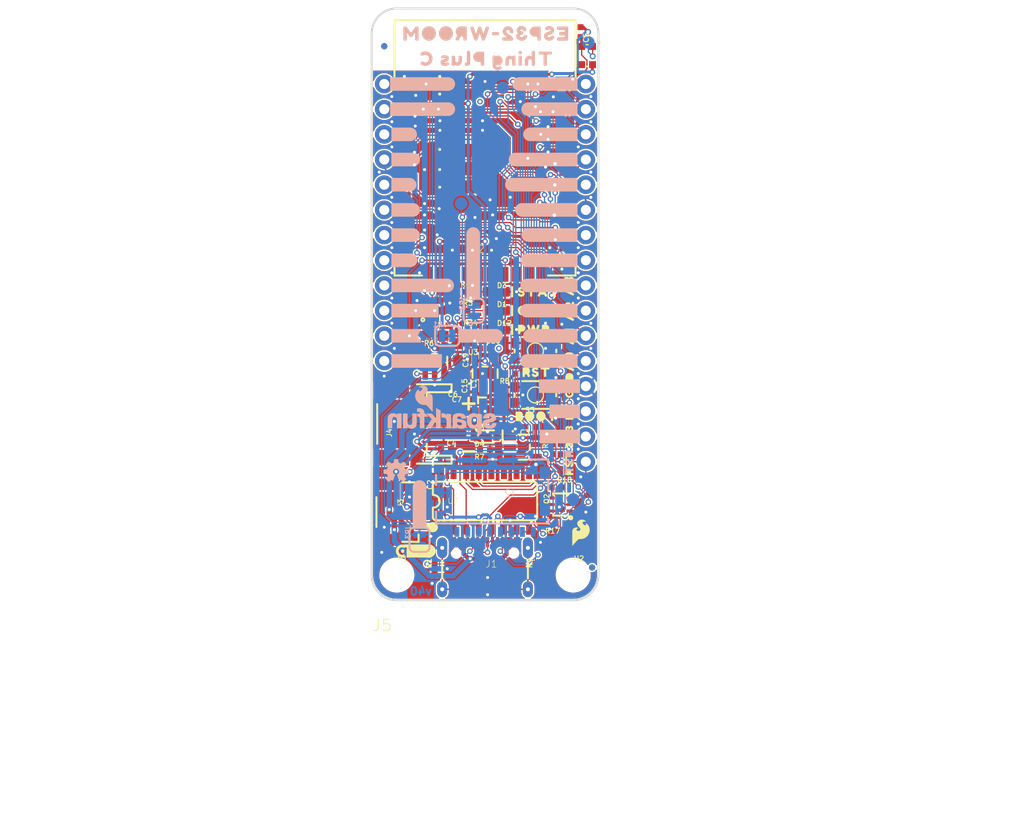
<source format=kicad_pcb>
(kicad_pcb (version 20211014) (generator pcbnew)
  (layers (0 "F.Cu" signal) (31 "B.Cu" signal) (34 "B.Paste" user) (35 "F.Paste" user) (36 "B.SilkS" user "B.Silkscreen") (37 "F.SilkS" user "F.Silkscreen") (38 "B.Mask" user) (39 "F.Mask" user) (44 "Edge.Cuts" user))
  (net 0 "")
  (net 1 "3.3V")
  (net 2 "~{RESET}")
  (net 3 "GND")
  (net 4 "CH340-DTR")
  (net 5 "V_USB")
  (net 6 "D+")
  (net 7 "CH340-RTS")
  (net 8 "N$14")
  (net 9 "V_BATT")
  (net 10 "DTR-10K")
  (net 11 "RTS-10K")
  (net 12 "ESP_0/QPWR")
  (net 13 "CHG_LED")
  (net 14 "ESP_26/TP_A0")
  (net 15 "ESP_25/TP_A1")
  (net 16 "ESP_34/TP_A2")
  (net 17 "ESP_39/TP_A3")
  (net 18 "ESP_36/TP_A4")
  (net 19 "ESP_4/TP_FB")
  (net 20 "ESP_19/TP_POCI")
  (net 21 "CH340-RX")
  (net 22 "CH340-TX")
  (net 23 "ESP_22/TP_SCL")
  (net 24 "ESP_14/GPIO6")
  (net 25 "ESP_32/GPIO5")
  (net 26 "ESP_15/GPIO4")
  (net 27 "ESP_33/GPIO3")
  (net 28 "ESP_27/GPIO2")
  (net 29 "ESP_16/TP_RX")
  (net 30 "ESP_17/TP_TX")
  (net 31 "N$2")
  (net 32 "ESP_21/TP_SDA")
  (net 33 "VIN")
  (net 34 "D-")
  (net 35 "N$5")
  (net 36 "N$6")
  (net 37 "N$30")
  (net 38 "N$1")
  (net 39 "QWIIC_PWR")
  (net 40 "TP_EN")
  (net 41 "ESP_2/RGB_DI")
  (net 42 "ESP_35/TP_A5")
  (net 43 "ESP_23/TP_PICO")
  (net 44 "ESP_18/TP_SCK")
  (net 45 "ESP_5/SD_CS")
  (net 46 "N$3")
  (net 47 "N$4")
  (net 48 "N$7")
  (net 49 "ESP_13/GPIO0/LED")
  (net 50 "ESP_12/GPIO1")
  (net 51 "N$13")
  (net 52 "N$51")
  (net 53 "N$8")
  (footprint "eagleBoard:EN3" (layer "F.Cu") (at 140.5001 108.1786)
    (fp_text reference "U$74" hide)
    (fp_text value "" hide)
  )
  (footprint "eagleBoard:A12" (layer "F.Cu") (at 157.0101 108.1786 90)
    (fp_text reference "U$69" hide)
    (fp_text value "" hide)
  )
  (footprint "eagleBoard:0402-TIGHT" (layer "F.Cu") (at 144.6911 114.8334)
    (fp_text reference "C6")
    (fp_text value "4.7uF")
  )
  (footprint "eagleBoard:BOOT0" (layer "F.Cu") (at 153.7081 116.3066)
    (fp_text reference "U$78" hide)
    (fp_text value "" hide)
  )
  (footprint "eagleBoard:TACTILE_SWITCH_SMD_4.6X2.8MM" (layer "F.Cu") (at 153.5811 109.7026 180)
    (fp_text reference "S4")
    (fp_text value "Reset")
  )
  (footprint "eagleBoard:0402-TIGHT" (layer "F.Cu") (at 158.1277 77.5462 -90)
    (fp_text reference "C5")
    (fp_text value "0.1uF")
  )
  (footprint "eagleBoard:A21" (layer "F.Cu") (at 157.0101 105.6386 90)
    (fp_text reference "U$70" hide)
    (fp_text value "" hide)
  )
  (footprint "eagleBoard:0402-TIGHT" (layer "F.Cu") (at 155.7147 123.4694)
    (fp_text reference "R18")
    (fp_text value "10k")
  )
  (footprint "eagleBoard:0402-TIGHT" (layer "F.Cu") (at 146.2405 107.6452)
    (fp_text reference "R34")
    (fp_text value "1k")
  )
  (footprint "eagleBoard:VU0" (layer "F.Cu") (at 140.6271 105.6386)
    (fp_text reference "U$76" hide)
    (fp_text value "" hide)
  )
  (footprint "eagleBoard:LED-0603" (layer "F.Cu") (at 149.6441 107.5436)
    (fp_text reference "D12")
    (fp_text value "RED")
  )
  (footprint "eagleBoard:QWIIC_4MM" (layer "F.Cu") (at 141.5161 129.8956)
    (fp_text reference "LOGO4" hide)
    (fp_text value "QWIIC_LOGO_4MM" hide)
  )
  (footprint "eagleBoard:3V30" (layer "F.Cu") (at 157.0101 118.3386 90)
    (fp_text reference "U$23" hide)
    (fp_text value "" hide)
  )
  (footprint "eagleBoard:RST0" (layer "F.Cu") (at 153.7081 111.8616)
    (fp_text reference "U$80" hide)
    (fp_text value "" hide)
  )
  (footprint "eagleBoard:0402-TIGHT" (layer "F.Cu") (at 144.5641 119.5832)
    (fp_text reference "C4")
    (fp_text value "10uF")
  )
  (footprint "eagleBoard:0603" (layer "F.Cu") (at 145.7833 109.8296 -90)
    (fp_text reference "C19")
    (fp_text value "4.7uF")
  )
  (footprint "eagleBoard:CREATIVE_COMMONS" (layer "F.Cu") (at 119.9261 153.8986)
    (fp_text reference "FRAME1" hide)
    (fp_text value "FRAME-LEDGER" hide)
  )
  (footprint "eagleBoard:LED-0603" (layer "F.Cu") (at 149.6441 105.6386)
    (fp_text reference "D1")
    (fp_text value "Yellow")
  )
  (footprint "eagleBoard:0402-TIGHT" (layer "F.Cu") (at 153.0731 117.3734 180)
    (fp_text reference "C3")
    (fp_text value "1.0uF")
  )
  (footprint "eagleBoard:SOT23-5" (layer "F.Cu") (at 143.4211 110.7186)
    (fp_text reference "U1")
    (fp_text value "MCP73831")
  )
  (footprint "eagleBoard:STAND-OFF-TIGHT" (layer "F.Cu") (at 139.6111 132.3086)
    (fp_text reference "H1")
    (fp_text value "STAND-OFFTIGHT")
  )
  (footprint "eagleBoard:CHG1" (layer "F.Cu") (at 153.3017 105.6386)
    (fp_text reference "U$24" hide)
    (fp_text value "" hide)
  )
  (footprint "eagleBoard:THING_PLUS" (layer "F.Cu") (at 137.0711 134.8486)
    (fp_text reference "J5")
    (fp_text value "THING_PLUS_LOGICAL")
  )
  (footprint "eagleBoard:0402-TIGHT" (layer "F.Cu") (at 143.4211 131.6736 90)
    (fp_text reference "R10")
    (fp_text value "5.1k")
  )
  (footprint "eagleBoard:USB-C-16P-2LAYER-PADS" (layer "F.Cu") (at 148.5011 128.651)
    (fp_text reference "J1")
    (fp_text value "" hide)
  )
  (footprint "eagleBoard:SOD-323" (layer "F.Cu") (at 148.5011 118.3386 180)
    (fp_text reference "D4")
    (fp_text value "3A/10V/280mV")
  )
  (footprint "eagleBoard:0402-TIGHT" (layer "F.Cu") (at 153.5811 131.6736 90)
    (fp_text reference "R9")
    (fp_text value "5.1k")
  )
  (footprint "eagleBoard:130" (layer "F.Cu") (at 140.2461 103.0986)
    (fp_text reference "U$77" hide)
    (fp_text value "" hide)
  )
  (footprint "eagleBoard:0402-TIGHT" (layer "F.Cu") (at 148.5011 119.634 180)
    (fp_text reference "R7")
    (fp_text value "10k")
  )
  (footprint "eagleBoard:GND1" (layer "F.Cu") (at 157.0101 113.1316 90)
    (fp_text reference "U$75" hide)
    (fp_text value "" hide)
  )
  (footprint "eagleBoard:ESP-WROOM-32D-NARROW" (layer "F.Cu") (at 148.5011 90.3986 90)
    (fp_text reference "U2")
    (fp_text value "ESP-WROOM-3232D-NARROW")
  )
  (footprint "eagleBoard:VB1" (layer "F.Cu") (at 140.6271 110.7186)
    (fp_text reference "U$73" hide)
    (fp_text value "" hide)
  )
  (footprint "eagleBoard:A03" (layer "F.Cu") (at 157.0101 110.7186 90)
    (fp_text reference "U$68" hide)
    (fp_text value "" hide)
  )
  (footprint "eagleBoard:0402-TIGHT" (layer "F.Cu") (at 142.4051 122.6312 -90)
    (fp_text reference "C2")
    (fp_text value "0.1uF")
  )
  (footprint "eagleBoard:STAT0" (layer "F.Cu") (at 153.9113 103.759)
    (fp_text reference "U$26" hide)
    (fp_text value "" hide)
  )
  (footprint "eagleBoard:WS2812-2020" (layer "F.Cu") (at 158.7881 79.9084 90)
    (fp_text reference "D5" hide)
    (fp_text value "WS2812" hide)
  )
  (footprint "eagleBoard:DFN-8" (layer "F.Cu") (at 143.4211 105.6386)
    (fp_text reference "U4")
    (fp_text value "MAX17048")
  )
  (footprint "eagleBoard:SO016" (layer "F.Cu") (at 148.5011 124.841)
    (fp_text reference "U7")
    (fp_text value "CH340C")
  )
  (footprint "eagleBoard:SFE_LOGO_FLAME_.1" (layer "F.Cu") (at 158.1531 127.9906)
    (fp_text reference "U$12" hide)
    (fp_text value "" hide)
  )
  (footprint "eagleBoard:0603" (layer "F.Cu") (at 143.4211 108.1786 180)
    (fp_text reference "R6")
    (fp_text value "2.0k")
  )
  (footprint "eagleBoard:STAND-OFF-TIGHT" (layer "F.Cu") (at 157.3911 132.3086)
    (fp_text reference "H2")
    (fp_text value "STAND-OFFTIGHT")
  )
  (footprint "eagleBoard:LED-0603" (layer "F.Cu") (at 149.6441 103.7336)
    (fp_text reference "D3")
    (fp_text value "BLUE")
  )
  (footprint "eagleBoard:0402-TIGHT" (layer "F.Cu") (at 146.2151 105.6386)
    (fp_text reference "R3")
    (fp_text value "1k")
  )
  (footprint "eagleBoard:JST-2-SMD" (layer "F.Cu") (at 140.6271 117.0686 90)
    (fp_text reference "J4")
    (fp_text value "")
  )
  (footprint "eagleBoard:SOT23-5" (layer "F.Cu") (at 148.5011 111.9886)
    (fp_text reference "U3")
    (fp_text value "XC6222B331MR-G")
  )
  (footprint "eagleBoard:TACTILE_SWITCH_SMD_4.6X2.8MM" (layer "F.Cu") (at 153.5811 114.1476 180)
    (fp_text reference "S3")
    (fp_text value "Boot")
  )
  (footprint "eagleBoard:0402-TIGHT" (layer "F.Cu") (at 145.9611 103.7336)
    (fp_text reference "R4")
    (fp_text value "1k")
  )
  (footprint "eagleBoard:SOT23-3" (layer "F.Cu") (at 148.5011 115.7986 90)
    (fp_text reference "Q3")
    (fp_text value "20V/4.2A/52mΩ/1.4W")
  )
  (footprint "eagleBoard:0402-TIGHT" (layer "F.Cu") (at 156.1211 127.1016 180)
    (fp_text reference "R17")
    (fp_text value "10k")
  )
  (footprint "eagleBoard:0402-TIGHT" (layer "F.Cu") (at 146.2151 113.8428 180)
    (fp_text reference "C7")
    (fp_text value "1.0uF")
  )
  (footprint "eagleBoard:0402-TIGHT" (layer "F.Cu") (at 146.5961 112.4204 -90)
    (fp_text reference "C1")
    (fp_text value "10uF")
  )
  (footprint "eagleBoard:0402-TIGHT" (layer "F.Cu") (at 145.6817 112.4204 -90)
    (fp_text reference "C15")
    (fp_text value "0.1uF")
  )
  (footprint "eagleBoard:A30" (layer "F.Cu") (at 157.0101 103.0986 90)
    (fp_text reference "U$71" hide)
    (fp_text value "" hide)
  )
  (footprint "eagleBoard:0402-TIGHT" (layer "F.Cu") (at 151.0411 111.9886 180)
    (fp_text reference "R8")
    (fp_text value "10k")
  )
  (footprint "eagleBoard:SC70-6" (layer "F.Cu") (at 156.1211 125.1966 90)
    (fp_text reference "Q2")
    (fp_text value "MBT3904DW1T1")
  )
  (footprint "eagleBoard:NC0" (layer "F.Cu") (at 157.0101 115.7986 90)
    (fp_text reference "U$107" hide)
    (fp_text value "" hide)
  )
  (footprint "eagleBoard:#RST#0" (layer "F.Cu") (at 156.8831 121.0056 90)
    (fp_text reference "U$79" hide)
    (fp_text value "" hide)
  )
  (footprint "eagleBoard:0402-TIGHT" (layer "F.Cu") (at 148.5011 109.4486)
    (fp_text reference "C10")
    (fp_text value "1.0uF")
  )
  (footprint "eagleBoard:SOT23-5" (layer "F.Cu") (at 152.3111 119.4054 -90)
    (fp_text reference "U5")
    (fp_text value "XC6222B331MR-G")
  )
  (footprint "eagleBoard:0402-TIGHT" (layer "F.Cu") (at 155.3591 119.6086 90)
    (fp_text reference "R2")
    (fp_text value "10k")
  )
  (footprint "eagleBoard:JST04_1MM_RA" (layer "F.Cu") (at 142.1511 125.9586 -90)
    (fp_text reference "J3")
    (fp_text value "QWIIC_RA")
  )
  (footprint "eagleBoard:PWR2" (layer "F.Cu") (at 153.4541 107.5436)
    (fp_text reference "U$25" hide)
    (fp_text value "" hide)
  )
  (footprint "eagleBoard:FIDUCIAL-MICRO" (layer "F.Cu") (at 159.2961 131.5466)
    (fp_text reference "FD3" hide)
    (fp_text value "FIDUCIALUFIDUCIAL" hide)
  )
  (footprint "eagleBoard:FIDUCIAL-MICRO" (layer "F.Cu") (at 138.3411 78.9686)
    (fp_text reference "FD1" hide)
    (fp_text value "FIDUCIALUFIDUCIAL" hide)
  )
  (footprint "eagleBoard:#SHLD#0" (layer "B.Cu") (at 141.8971 127.9144 90)
    (fp_text reference "U$8" hide)
    (fp_text value "" hide)
  )
  (footprint "eagleBoard:#32#8" (layer "B.Cu") (at 138.7221 90.3986 180)
    (fp_text reference "U$94" hide)
    (fp_text value "" hide)
  )
  (footprint "eagleBoard:#25#A1#2" (layer "B.Cu") (at 158.1531 108.1786 180)
    (fp_text reference "U$86" hide)
    (fp_text value "" hide)
  )
  (footprint "eagleBoard:#_3V3#0" (layer "B.Cu") (at 158.4071 118.3386 180)
    (fp_text reference "U$11" hide)
    (fp_text value "" hide)
  )
  (footprint "eagleBoard:#33#6" (layer "B.Cu") (at 138.7221 95.4786 180)
    (fp_text reference "U$95" hide)
    (fp_text value "" hide)
  )
  (footprint "eagleBoard:FIDUCIAL-MICRO" (layer "B.Cu") (at 159.2961 131.5466 180)
    (fp_text reference "FD4" hide)
    (fp_text value "FIDUCIALUFIDUCIAL" hide)
  )
  (footprint "eagleBoard:SMT-JUMPER_2_NC_TRACE_SILK" (layer "B.Cu") (at 147.3581 105.6386 -90)
    (fp_text reference "JP2")
    (fp_text value "JUMPER-SMT_2_NC_TRACE_SILK")
  )
  (footprint "eagleBoard:OSHW-LOGO-MINI" (layer "B.Cu") (at 139.5349 121.8692 180)
    (fp_text reference "LOGO2" hide)
    (fp_text value "OSHW-LOGOMINI" hide)
  )
  (footprint "eagleBoard:SFE_LOGO_NAME_FLAME_.1" (layer "B.Cu") (at 144.0815 116.8908 180)
    (fp_text reference "LOGO1" hide)
    (fp_text value "SFE_LOGO_NAME_FLAME.1_INCH" hide)
  )
  (footprint "eagleBoard:#4#FREE#0" (layer "B.Cu") (at 158.1531 82.7786 180)
    (fp_text reference "U$4" hide)
    (fp_text value "" hide)
  )
  (footprint "eagleBoard:#RST#0" (layer "B.Cu") (at 156.8831 121.0056 -90)
    (fp_text reference "U$109" hide)
    (fp_text value "" hide)
  )
  (footprint "eagleBoard:#_NC#0" (layer "B.Cu") (at 158.4071 115.7986 180)
    (fp_text reference "U$10" hide)
    (fp_text value "" hide)
  )
  (footprint "eagleBoard:#39#A3#0" (layer "B.Cu") (at 158.1531 103.0986 180)
    (fp_text reference "U$89" hide)
    (fp_text value "" hide)
  )
  (footprint "eagleBoard:SMT-JUMPER_2_NC_TRACE_SILK" (layer "B.Cu") (at 144.6911 108.1786 180)
    (fp_text reference "JP1")
    (fp_text value "JUMPER-SMT_2_NC_TRACE_SILK")
  )
  (footprint "eagleBoard:#13#LED#0" (layer "B.Cu") (at 138.7221 103.0986 180)
    (fp_text reference "U$99" hide)
    (fp_text value "" hide)
  )
  (footprint "eagleBoard:#EN#1" (layer "B.Cu") (at 138.7221 108.1786 180)
    (fp_text reference "U$96" hide)
    (fp_text value "" hide)
  )
  (footprint "eagleBoard:#PWR#0" (layer "B.Cu") (at 145.5801 108.1786 180)
    (fp_text reference "U$102" hide)
    (fp_text value "" hide)
  )
  (footprint "eagleBoard:#CHG_LED#0" (layer "B.Cu") (at 147.3073 97.2312 -90)
    (fp_text reference "U$5" hide)
    (fp_text value "" hide)
  )
  (footprint "eagleBoard:PAD.03X.05" (layer "B.Cu") (at 158.9151 78.5876 180)
    (fp_text reference "TP2" hide)
    (fp_text value "TEST-POINT3X5" hide)
  )
  (footprint "eagleBoard:MICROSD_TINY" (layer "B.Cu") (at 149.2123 124.1044 180)
    (fp_text reference "J2")
    (fp_text value "MICRO-SDFRICTION")
  )
  (footprint "eagleBoard:#15#7" (layer "B.Cu") (at 138.7221 92.9386 180)
    (fp_text reference "U$92" hide)
    (fp_text value "" hide)
  )
  (footprint "eagleBoard:#23#PICO#0" (layer "B.Cu") (at 158.1531 92.9386 180)
    (fp_text reference "U$2" hide)
    (fp_text value "" hide)
  )
  (footprint "eagleBoard:#12#4" (layer "B.Cu") (at 138.7221 100.5586 180)
    (fp_text reference "U$90" hide)
    (fp_text value "" hide)
  )
  (footprint "eagleBoard:THING_PLUS_C0" (layer "B.Cu") (at 148.5011 80.2386 180)
    (fp_text reference "U$7" hide)
    (fp_text value "" hide)
  )
  (footprint "eagleBoard:#VUSB#2" (layer "B.Cu") (at 138.7221 105.6386 180)
    (fp_text reference "U$98" hide)
    (fp_text value "" hide)
  )
  (footprint "eagleBoard:#_GND#0" (layer "B.Cu") (at 158.4071 113.2586 180)
    (fp_text reference "U$9" hide)
    (fp_text value "" hide)
  )
  (footprint "eagleBoard:#27#5" (layer "B.Cu") (at 138.7221 98.0186 180)
    (fp_text reference "U$93" hide)
    (fp_text value "" hide)
  )
  (footprint "eagleBoard:#26#A0#3" (layer "B.Cu") (at 158.1531 110.7186 180)
    (fp_text reference "U$87" hide)
    (fp_text value "" hide)
  )
  (footprint "eagleBoard:#35#A5#0" (layer "B.Cu") (at 158.1531 98.0186 180)
    (fp_text reference "U$84" hide)
    (fp_text value "" hide)
  )
  (footprint "eagleBoard:ESP32#WROOM0" (layer "B.Cu") (at 148.5011 77.6986 180)
    (fp_text reference "U$6" hide)
    (fp_text value "" hide)
  )
  (footprint "eagleBoard:#21#SDA#1" (layer "B.Cu") (at 138.5951 82.7786 180)
    (fp_text reference "U$100" hide)
    (fp_text value "" hide)
  )
  (footprint "eagleBoard:#22#SCL#0" (layer "B.Cu") (at 138.5951 85.3186 180)
    (fp_text reference "U$101" hide)
    (fp_text value "" hide)
  )
  (footprint "eagleBoard:#VBAT#0" (layer "B.Cu") (at 138.7221 110.7186 180)
    (fp_text reference "U$97" hide)
    (fp_text value "" hide)
  )
  (footprint "eagleBoard:#18#SCK#0" (layer "B.Cu") (at 158.1531 95.4786 180)
    (fp_text reference "U$83" hide)
    (fp_text value "" hide)
  )
  (footprint "eagleBoard:FIDUCIAL-MICRO" (layer "B.Cu") (at 138.3411 78.9686 180)
    (fp_text reference "FD2" hide)
    (fp_text value "FIDUCIALUFIDUCIAL" hide)
  )
  (footprint "eagleBoard:#16#RX#0" (layer "B.Cu") (at 158.1531 87.8586 180)
    (fp_text reference "U$81" hide)
    (fp_text value "" hide)
  )
  (footprint "eagleBoard:PAD.03X.05" (layer "B.Cu") (at 157.3911 124.6886 180)
    (fp_text reference "TP1" hide)
    (fp_text value "TEST-POINT3X5" hide)
  )
  (footprint "eagleBoard:PAD.03X.05" (layer "B.Cu") (at 150.2791 83.1596 180)
    (fp_text reference "TP3" hide)
    (fp_text value "TEST-POINT3X5" hide)
  )
  (footprint "eagleBoard:#14#9" (layer "B.Cu") (at 138.7221 87.8586 180)
    (fp_text reference "U$91" hide)
    (fp_text value "" hide)
  )
  (footprint "eagleBoard:SMT-JUMPER_2_NC_TRACE_SILK" (layer "B.Cu") (at 141.8971 128.7526 -90)
    (fp_text reference "JP3")
    (fp_text value "JUMPER-SMT_2_NC_TRACE_SILK")
  )
  (footprint "eagleBoard:SFE_LOGO_FLAME_STOP_.1" (layer "B.Cu") (at 158.4071 127.9906 180)
    (fp_text reference "U$1" hide)
    (fp_text value "" hide)
  )
  (footprint "eagleBoard:#19#POCI#0" (layer "B.Cu") (at 158.1531 90.3986 180)
    (fp_text reference "U$3" hide)
    (fp_text value "" hide)
  )
  (footprint "eagleBoard:#36#A4#0" (layer "B.Cu") (at 158.1531 100.5586 180)
    (fp_text reference "U$85" hide)
    (fp_text value "" hide)
  )
  (footprint "eagleBoard:#17#TX#0" (layer "B.Cu") (at 158.1531 85.3186 180)
    (fp_text reference "U$72" hide)
    (fp_text value "" hide)
  )
  (footprint "eagleBoard:#34#A2#1" (layer "B.Cu") (at 158.1531 105.6386 180)
    (fp_text reference "U$88" hide)
    (fp_text value "" hide)
  )
  (footprint "eagleBoard:PAD.03X.05" (layer "B.Cu") (at 146.0881 94.8436 180)
    (fp_text reference "TP4" hide)
    (fp_text value "TEST-POINT3X5" hide)
  )
  (gr_circle (center 143.2433 127.4826) (end 143.2433 127.4826) (layer "F.SilkS") (width 0.508) (fill none))
  (gr_arc (start 139.6111 134.8486) (mid 137.815049 134.104651) (end 137.0711 132.3086) (layer "Edge.Cuts") (width 0.2032))
  (gr_arc (start 159.9311 132.3086) (mid 159.187151 134.104651) (end 157.3911 134.8486) (layer "Edge.Cuts") (width 0.2032))
  (gr_arc (start 157.3911 75.1586) (mid 159.187151 75.902549) (end 159.9311 77.6986) (layer "Edge.Cuts") (width 0.2032))
  (gr_line (start 159.9311 132.3086) (end 159.9311 77.6986) (layer "Edge.Cuts") (width 0.2032))
  (gr_line (start 137.0711 77.6986) (end 137.0711 132.3086) (layer "Edge.Cuts") (width 0.2032))
  (gr_line (start 157.3911 75.1586) (end 139.6111 75.1586) (layer "Edge.Cuts") (width 0.2032))
  (gr_arc (start 137.0711 77.6986) (mid 137.815049 75.902549) (end 139.6111 75.1586) (layer "Edge.Cuts") (width 0.2032))
  (gr_line (start 139.6111 134.8486) (end 157.3911 134.8486) (layer "Edge.Cuts") (width 0.2032))
  (gr_text "v40" (at 142.0241 133.9596) (layer "B.Cu") (effects (font (size 0.8128 0.8128) (thickness 0.2032)) (justify mirror)))
  (gr_text "-" (at 146.8501 119.7356) (layer "F.SilkS") (effects (font (size 1.5113 1.5113) (thickness 0.2667))))
  (gr_text "+" (at 146.8501 114.9096) (layer "F.SilkS") (effects (font (size 1.5113 1.5113) (thickness 0.2667))))
  (segment (start 147.5511 109.8986) (end 148.0011 109.4486) (width 0.3048) (layer "F.Cu") (net 1))
  (segment (start 155.3591 118.3386) (end 155.3591 117.5766) (width 0.3048) (layer "F.Cu") (net 1))
  (segment (start 144.0641 119.5832) (end 144.0641 122.1406) (width 0.3048) (layer "F.Cu") (net 1))
  (segment (start 147.5511 110.6885) (end 148.471 110.6885) (width 0.3048) (layer "F.Cu") (net 1))
  (segment (start 144.0561 125.8316) (end 144.6911 126.4666) (width 0.3048) (layer "F.Cu") (net 1))
  (segment (start 140.2631 85.2386) (end 141.3421 85.2386) (width 0.3048) (layer "F.Cu") (net 1))
  (segment (start 141.3421 85.2386) (end 141.8336 84.7471) (width 0.3048) (layer "F.Cu") (net 1))
  (segment (start 142.3797 119.5832) (end 144.0641 119.5832) (width 0.3048) (layer "F.Cu") (net 1))
  (segment (start 154.3431 116.5606) (end 151.1681 116.5606) (width 0.3048) (layer "F.Cu") (net 1))
  (segment (start 142.4051 122.1312) (end 142.4225 122.1486) (width 0.3048) (layer "F.Cu") (net 1))
  (segment (start 155.3591 117.5766) (end 154.3431 116.5606) (width 0.3048) (layer "F.Cu") (net 1))
  (segment (start 159.3215 81.5848) (end 159.3215 80.84) (width 0.3048) (layer "F.Cu") (net 1))
  (segment (start 147.5511 110.6885) (end 147.5511 109.8986) (width 0.3048) (layer "F.Cu") (net 1))
  (segment (start 147.8661 126.4793) (end 147.8661 127.641) (width 0.3048) (layer "F.Cu") (net 1))
  (segment (start 144.0641 122.1406) (end 144.0561 122.1486) (width 0.3048) (layer "F.Cu") (net 1))
  (segment (start 141.6431 118.8466) (end 142.3797 119.5832) (width 0.3048) (layer "F.Cu") (net 1))
  (segment (start 144.0561 122.041) (end 144.0561 125.8316) (width 0.3048) (layer "F.Cu") (net 1))
  (segment (start 158.405834 77.0462) (end 158.883234 77.5236) (width 0.3048) (layer "F.Cu") (net 1))
  (segment (start 147.5511 110.9654) (end 147.5511 110.6885) (width 0.3048) (layer "F.Cu") (net 1))
  (segment (start 142.4225 122.1486) (end 144.0561 122.1486) (width 0.3048) (layer "F.Cu") (net 1))
  (segment (start 146.5961 111.9204) (end 147.5511 110.9654) (width 0.3048) (layer "F.Cu") (net 1))
  (segment (start 159.3215 80.84) (end 159.3381 80.8234) (width 0.3048) (layer "F.Cu") (net 1))
  (segment (start 158.6611 118.3386) (end 155.3591 118.3386) (width 0.3048) (layer "F.Cu") (net 1))
  (segment (start 144.0561 122.041) (end 144.0561 122.1486) (width 0.3048) (layer "F.Cu") (net 1))
  (segment (start 146.9771 82.0166) (end 147.193 81.8007) (width 0.3048) (layer "F.Cu") (net 1))
  (segment (start 146.7993 84.7471) (end 141.8336 84.7471) (width 0.3048) (layer "F.Cu") (net 1))
  (segment (start 143.9291 98.6536) (end 148.5011 98.6536) (width 0.3048) (layer "F.Cu") (net 1))
  (segment (start 147.8534 126.4666) (end 147.8661 126.4793) (width 0.3048) (layer "F.Cu") (net 1))
  (segment (start 158.1277 77.0462) (end 158.405834 77.0462) (width 0.3048) (layer "F.Cu") (net 1))
  (segment (start 148.471 110.6885) (end 148.5011 110.7186) (width 0.3048) (layer "F.Cu") (net 1))
  (segment (start 155.3591 119.1086) (end 155.3591 118.3386) (width 0.3048) (layer "F.Cu") (net 1))
  (segment (start 155.2321 81.8007) (end 147.193 81.8007) (width 0.3048) (layer "F.Cu") (net 1))
  (via (at 146.7993 84.7471) (size 0.5588) (drill 0.3048) (layers "F.Cu" "B.Cu") (net 1))
  (via (at 143.9291 98.6536) (size 0.5588) (drill 0.3048) (layers "F.Cu" "B.Cu") (net 1))
  (via (at 148.5011 98.6536) (size 0.5588) (drill 0.3048) (layers "F.Cu" "B.Cu") (net 1))
  (via (at 147.8534 126.4666) (size 0.5588) (drill 0.3048) (layers "F.Cu" "B.Cu") (net 1))
  (via (at 159.3215 81.5848) (size 0.5588) (drill 0.3048) (layers "F.Cu" "B.Cu") (net 1))
  (via (at 141.6431 118.8466) (size 0.5588) (drill 0.3048) (layers "F.Cu" "B.Cu") (net 1))
  (via (at 146.9771 82.0166) (size 0.5588) (drill 0.3048) (layers "F.Cu" "B.Cu") (net 1))
  (via (at 148.5011 110.7186) (size 0.5588) (drill 0.3048) (layers "F.Cu" "B.Cu") (net 1))
  (via (at 155.2321 81.8007) (size 0.5588) (drill 0.3048) (layers "F.Cu" "B.Cu") (net 1))
  (via (at 151.1681 116.5606) (size 0.5588) (drill 0.3048) (layers "F.Cu" "B.Cu") (net 1))
  (via (at 158.883234 77.5236) (size 0.604) (drill 0.35) (layers "F.Cu" "B.Cu") (net 1))
  (via (at 144.6911 126.4666) (size 0.5588) (drill 0.3048) (layers "F.Cu" "B.Cu") (net 1))
  (segment (start 148.9623 127.9544) (end 148.9623 127.130332) (width 0.3048) (layer "B.Cu") (net 1))
  (segment (start 148.045493 126.4666) (end 147.8534 126.4666) (width 0.3048) (layer "B.Cu") (net 1))
  (segment (start 155.2321 81.8007) (end 155.3083 81.7245) (width 0.3048) (layer "B.Cu") (net 1))
  (segment (start 148.269631 126.242463) (end 148.045493 126.4666) (width 0.3048) (layer "B.Cu") (net 1))
  (segment (start 146.7993 82.1944) (end 146.7993 84.7471) (width 0.3048) (layer "B.Cu") (net 1))
  (segment (start 148.732568 126.242463) (end 148.269631 126.242463) (width 0.3048) (layer "B.Cu") (net 1))
  (segment (start 157.6324 81.5594) (end 157.4673 81.7245) (width 0.3048) (layer "B.Cu") (net 1))
  (segment (start 146.9771 82.0166) (end 146.7993 82.1944) (width 0.3048) (layer "B.Cu") (net 1))
  (segment (start 143.9672 104.828038) (end 143.9672 98.6917) (width 0.3048) (layer "B.Cu") (net 1))
  (segment (start 148.5011 110.7186) (end 148.529368 110.7186) (width 0.3048) (layer "B.Cu") (net 1))
  (segment (start 159.166112 81.5594) (end 157.7975 81.5594) (width 0.3048) (layer "B.Cu") (net 1))
  (segment (start 148.5011 95.2246) (end 146.812 93.5355) (width 0.3048) (layer "B.Cu") (net 1))
  (segment (start 143.9672 98.6917) (end 143.9291 98.6536) (width 0.3048) (layer "B.Cu") (net 1))
  (segment (start 157.7975 78.412044) (end 157.7975 81.5594) (width 0.3048) (layer "B.Cu") (net 1))
  (segment (start 144.1704 105.031238) (end 143.9672 104.828038) (width 0.3048) (layer "B.Cu") (net 1))
  (segment (start 148.5011 98.6536) (end 148.5011 95.2246) (width 0.3048) (layer "B.Cu") (net 1))
  (segment (start 146.812 84.7598) (end 146.812 93.5355) (width 0.3048) (layer "B.Cu") (net 1))
  (segment (start 147.8534 126.4666) (end 144.6911 126.4666) (width 0.3048) (layer "B.Cu") (net 1))
  (segment (start 149.0599 126.569794) (end 148.732568 126.242463) (width 0.3048) (layer "B.Cu") (net 1))
  (segment (start 141.6431 118.8466) (end 142.9131 117.5766) (width 0.3048) (layer "B.Cu") (net 1))
  (segment (start 157.4673 81.7245) (end 155.3083 81.7245) (width 0.3048) (layer "B.Cu") (net 1))
  (segment (start 151.1681 116.5606) (end 149.0599 116.5606) (width 0.3048) (layer "B.Cu") (net 1))
  (segment (start 158.688743 77.5208) (end 157.7975 78.412044) (width 0.3048) (layer "B.Cu") (net 1))
  (segment (start 158.880434 77.5208) (end 158.688743 77.5208) (width 0.3048) (layer "B.Cu") (net 1))
  (segment (start 144.1704 108.1786) (end 144.1704 105.031238) (width 0.3048) (layer "B.Cu") (net 1))
  (segment (start 149.0599 111.249132) (end 149.0599 116.5606) (width 0.3048) (layer "B.Cu") (net 1))
  (segment (start 142.9131 117.5766) (end 148.0439 117.5766) (width 0.3048) (layer "B.Cu") (net 1))
  (segment (start 148.0439 117.5766) (end 149.0599 116.5606) (width 0.3048) (layer "B.Cu") (net 1))
  (segment (start 157.7975 81.5594) (end 157.6324 81.5594) (width 0.3048) (layer "B.Cu") (net 1))
  (segment (start 149.0599 111.249132) (end 148.529368 110.7186) (width 0.3048) (layer "B.Cu") (net 1))
  (segment (start 159.191512 81.5848) (end 159.166112 81.5594) (width 0.3048) (layer "B.Cu") (net 1))
  (segment (start 148.9623 127.130332) (end 149.0599 127.032732) (width 0.3048) (layer "B.Cu") (net 1))
  (segment (start 148.5011 110.7186) (end 148.5011 98.6536) (width 0.3048) (layer "B.Cu") (net 1))
  (segment (start 146.7993 84.7471) (end 146.812 84.7598) (width 0.3048) (layer "B.Cu") (net 1))
  (segment (start 149.0599 127.032732) (end 149.0599 126.569794) (width 0.3048) (layer "B.Cu") (net 1))
  (segment (start 159.3215 81.5848) (end 159.191512 81.5848) (width 0.3048) (layer "B.Cu") (net 1))
  (segment (start 158.883234 77.5236) (end 158.880434 77.5208) (width 0.3048) (layer "B.Cu") (net 1))
  (segment (start 150.9611 86.0006) (end 151.8031 86.8426) (width 0.127) (layer "F.Cu") (net 2))
  (segment (start 157.0411 124.5466) (end 157.7871 124.5466) (width 0.127) (layer "F.Cu") (net 2))
  (segment (start 158.6611 123.6726) (end 158.6611 120.8786) (width 0.127) (layer "F.Cu") (net 2))
  (segment (start 158.6611 120.8786) (end 156.2227 120.8786) (width 0.127) (layer "F.Cu") (net 2))
  (segment (start 155.6311 110.5026) (end 151.5311 110.5026) (width 0.127) (layer "F.Cu") (net 2))
  (segment (start 155.3591 120.6166) (end 155.3591 120.1086) (width 0.127) (layer "F.Cu") (net 2))
  (segment (start 156.2227 120.8786) (end 155.6211 120.8786) (width 0.127) (layer "F.Cu") (net 2))
  (segment (start 156.1211 111.7346) (end 155.6311 111.2446) (width 0.127) (layer "F.Cu") (net 2))
  (segment (start 150.5331 110.4646) (end 151.4931 110.4646) (width 0.127) (layer "F.Cu") (net 2))
  (segment (start 155.6211 120.8786) (end 155.3591 120.6166) (width 0.127) (layer "F.Cu") (net 2))
  (segment (start 151.4931 110.4646) (end 151.5311 110.5026) (width 0.127) (layer "F.Cu") (net 2))
  (segment (start 155.6311 110.5026) (end 155.6311 111.2446) (width 0.127) (layer "F.Cu") (net 2))
  (segment (start 157.7871 124.5466) (end 158.6611 123.6726) (width 0.127) (layer "F.Cu") (net 2))
  (segment (start 150.9611 86.0006) (end 142.1681 86.0006) (width 0.127) (layer "F.Cu") (net 2))
  (segment (start 140.2631 86.5086) (end 141.6601 86.5086) (width 0.127) (layer "F.Cu") (net 2))
  (segment (start 142.1681 86.0006) (end 141.6601 86.5086) (width 0.127) (layer "F.Cu") (net 2))
  (via (at 156.2227 120.8786) (size 0.5588) (drill 0.3048) (layers "F.Cu" "B.Cu") (net 2))
  (via (at 156.1211 111.7346) (size 0.5588) (drill 0.3048) (layers "F.Cu" "B.Cu") (net 2))
  (via (at 150.5331 110.4646) (size 0.5588) (drill 0.3048) (layers "F.Cu" "B.Cu") (net 2))
  (via (at 151.8031 86.8426) (size 0.5588) (drill 0.3048) (layers "F.Cu" "B.Cu") (net 2))
  (segment (start 150.5331 110.4646) (end 151.13 109.8677) (width 0.127) (layer "B.Cu") (net 2))
  (segment (start 151.638 92.990732) (end 152.0571 92.571632) (width 0.127) (layer "B.Cu") (net 2))
  (segment (start 151.638 95.538488) (end 151.638 92.990732) (width 0.127) (layer "B.Cu") (net 2))
  (segment (start 156.1211 120.777) (end 156.2227 120.8786) (width 0.127) (layer "B.Cu") (net 2))
  (segment (start 151.13 99.093957) (end 151.3459 98.878057) (width 0.127) (layer "B.Cu") (net 2))
  (segment (start 152.0571 87.0966) (end 151.8031 86.8426) (width 0.127) (layer "B.Cu") (net 2))
  (segment (start 151.13 109.8677) (end 151.13 99.093957) (width 0.127) (layer "B.Cu") (net 2))
  (segment (start 151.3459 95.830588) (end 151.638 95.538488) (width 0.127) (layer "B.Cu") (net 2))
  (segment (start 152.0571 92.571632) (end 152.0571 87.0966) (width 0.127) (layer "B.Cu") (net 2))
  (segment (start 151.3459 98.878057) (end 151.3459 95.830588) (width 0.127) (layer "B.Cu") (net 2))
  (segment (start 156.1211 111.7346) (end 156.1211 120.777) (width 0.127) (layer "B.Cu") (net 2))
  (segment (start 145.2761 128.991) (end 145.2761 129.336) (width 0.3048) (layer "F.Cu") (net 3))
  (segment (start 144.1711 106.0076) (end 143.8021 105.6386) (width 0.127) (layer "F.Cu") (net 3))
  (segment (start 158.1277 78.0462) (end 158.2381 78.1566) (width 0.3048) (layer "F.Cu") (net 3))
  (segment (start 145.2761 129.630125) (end 145.0448 129.861425) (width 0.127) (layer "F.Cu") (net 3))
  (segment (start 143.8021 105.6386) (end 143.4211 105.6386) (width 0.127) (layer "F.Cu") (net 3))
  (segment (start 145.0448 129.861425) (end 145.0448 129.9229) (width 0.127) (layer "F.Cu") (net 3))
  (segment (start 145.2761 128.991) (end 144.6911 128.406) (width 0.3048) (layer "F.Cu") (net 3))
  (segment (start 143.6711 104.6486) (end 143.6711 105.3886) (width 0.127) (layer "F.Cu") (net 3))
  (segment (start 158.7786 81.252307) (end 158.413006 81.6179) (width 0.127) (layer "F.Cu") (net 3))
  (segment (start 144.0621 127.641) (end 144.0561 127.641) (width 0.3048) (layer "F.Cu") (net 3))
  (segment (start 144.6911 128.406) (end 144.6911 128.27) (width 0.3048) (layer "F.Cu") (net 3))
  (segment (start 158.2381 78.9934) (end 158.2381 79.853994) (width 0.127) (layer "F.Cu") (net 3))
  (segment (start 145.0448 129.9229) (end 144.9451 130.0226) (width 0.127) (layer "F.Cu") (net 3))
  (segment (start 158.2381 78.1566) (end 158.2381 78.9934) (width 0.3048) (layer "F.Cu") (net 3))
  (segment (start 158.7786 80.394494) (end 158.7786 81.252307) (width 0.127) (layer "F.Cu") (net 3))
  (segment (start 144.6911 128.27) (end 144.0621 127.641) (width 0.3048) (layer "F.Cu") (net 3))
  (segment (start 158.2381 79.853994) (end 158.7786 80.394494) (width 0.127) (layer "F.Cu") (net 3))
  (segment (start 158.0184 81.6179) (end 157.3403 82.296) (width 0.127) (layer "F.Cu") (net 3))
  (segment (start 152.0571 129.322) (end 152.0571 130.0226) (width 0.127) (layer "F.Cu") (net 3))
  (segment (start 151.7261 128.991) (end 152.0571 129.322) (width 0.127) (layer "F.Cu") (net 3))
  (segment (start 143.6711 105.3886) (end 143.4211 105.6386) (width 0.127) (layer "F.Cu") (net 3))
  (segment (start 158.413006 81.6179) (end 158.0184 81.6179) (width 0.127) (layer "F.Cu") (net 3))
  (segment (start 145.2761 128.991) (end 145.2761 129.630125) (width 0.127) (layer "F.Cu") (net 3))
  (segment (start 144.1711 106.6286) (end 144.1711 106.0076) (width 0.127) (layer "F.Cu") (net 3))
  (via (at 149.2631 120.6246) (size 0.5588) (drill 0.3048) (layers "F.Cu" "B.Cu") (net 3))
  (via (at 141.5161 83.9216) (size 0.5588) (drill 0.3048) (layers "F.Cu" "B.Cu") (net 3))
  (via (at 155.4861 96.012) (size 0.604) (drill 0.35) (layers "F.Cu" "B.Cu") (net 3))
  (via (at 143.8783 95.3516) (size 0.5588) (drill 0.3048) (layers "F.Cu" "B.Cu") (net 3))
  (via (at 155.6385 112.395) (size 0.5588) (drill 0.3048) (layers "F.Cu" "B.Cu") (net 3))
  (via (at 152.3111 114.1476) (size 0.5588) (drill 0.3048) (layers "F.Cu" "B.Cu") (net 3))
  (via (at 152.0571 84.5566) (size 0.5588) (drill 0.3048) (layers "F.Cu" "B.Cu") (net 3))
  (via (at 153.6319 121.158) (size 0.604) (drill 0.35) (layers "F.Cu" "B.Cu") (net 3))
  (via (at 148.5011 82.5246) (size 0.5588) (drill 0.3048) (layers "F.Cu" "B.Cu") (net 3))
  (via (at 153.8351 82.7786) (size 0.5588) (drill 0.3048) (layers "F.Cu" "B.Cu") (net 3))
  (via (at 157.8991 101.8286) (size 0.5588) (drill 0.3048) (layers "F.Cu" "B.Cu") (net 3))
  (via (at 148.2471 86.487) (size 0.5588) (drill 0.3048) (layers "F.Cu" "B.Cu") (net 3))
  (via (at 139.1031 94.2086) (size 0.5588) (drill 0.3048) (layers "F.Cu" "B.Cu") (net 3))
  (via (at 143.2433 122.8852) (size 0.5588) (drill 0.3048) (layers "F.Cu" "B.Cu") (net 3))
  (via (at 139.3571 109.4486) (size 0.5588) (drill 0.3048) (layers "F.Cu" "B.Cu") (net 3))
  (via (at 151.0411 126.7968) (size 0.5588) (drill 0.3048) (layers "F.Cu" "B.Cu") (net 3))
  (via (at 140.8811 122.9106) (size 0.5588) (drill 0.3048) (layers "F.Cu" "B.Cu") (net 3))
  (via (at 143.9291 91.4146) (size 0.5588) (drill 0.3048) (layers "F.Cu" "B.Cu") (net 3))
  (via (at 139.5349 121.8692) (size 0.5588) (drill 0.3048) (layers "F.Cu" "B.Cu") (net 3))
  (via (at 157.8991 117.0686) (size 0.5588) (drill 0.3048) (layers "F.Cu" "B.Cu") (net 3))
  (via (at 147.2311 103.0986) (size 0.5588) (drill 0.3048) (layers "F.Cu" "B.Cu") (net 3))
  (via (at 154.5971 106.9086) (size 0.5588) (drill 0.3048) (layers "F.Cu" "B.Cu") (net 3))
  (via (at 140.8811 124.4346) (size 0.5588) (drill 0.3048) (layers "F.Cu" "B.Cu") (net 3))
  (via (at 155.0035 127.6604) (size 0.5588) (drill 0.3048) (layers "F.Cu" "B.Cu") (net 3))
  (via (at 138.3411 112.2426) (size 0.5588) (drill 0.3048) (layers "F.Cu" "B.Cu") (net 3))
  (via (at 142.4051 91.4146) (size 0.5588) (drill 0.3048) (layers "F.Cu" "B.Cu") (net 3))
  (via (at 142.4051 99.2886) (size 0.5588) (drill 0.3048) (layers "F.Cu" "B.Cu") (net 3))
  (via (at 154.8511 87.0966) (size 0.5588) (drill 0.3048) (layers "F.Cu" "B.Cu") (net 3))
  (via (at 155.5877 98.4758) (size 0.5588) (drill 0.3048) (layers "F.Cu" "B.Cu") (net 3))
  (via (at 157.3403 82.296) (size 0.5588) (drill 0.3048) (layers "F.Cu" "B.Cu") (net 3))
  (via (at 139.1031 89.1286) (size 0.5588) (drill 0.3048) (layers "F.Cu" "B.Cu") (net 3))
  (via (at 139.1031 104.3686) (size 0.5588) (drill 0.3048) (layers "F.Cu" "B.Cu") (net 3))
  (via (at 144.9451 104.8766) (size 0.5588) (drill 0.3048) (layers "F.Cu" "B.Cu") (net 3))
  (via (at 157.8991 111.9886) (size 0.5588) (drill 0.3048) (layers "F.Cu" "B.Cu") (net 3))
  (via (at 143.4211 113.1316) (size 0.5588) (drill 0.3048) (layers "F.Cu" "B.Cu") (net 3))
  (via (at 148.7551 134.2898) (size 0.5588) (drill 0.3048) (layers "F.Cu" "B.Cu") (net 3))
  (via (at 156.2481 107.0102) (size 0.5588) (drill 0.3048) (layers "F.Cu" "B.Cu") (net 3))
  (via (at 151.6761 107.5436) (size 0.5588) (drill 0.3048) (layers "F.Cu" "B.Cu") (net 3))
  (via (at 154.0891 129.0066) (size 0.5588) (drill 0.3048) (layers "F.Cu" "B.Cu") (net 3))
  (via (at 155.5623 90.8304) (size 0.604) (drill 0.35) (layers "F.Cu" "B.Cu") (net 3))
  (via (at 142.4051 97.5106) (size 0.5588) (drill 0.3048) (layers "F.Cu" "B.Cu") (net 3))
  (via (at 153.5811 126.3904) (size 0.5588) (drill 0.3048) (layers "F.Cu" "B.Cu") (net 3))
  (via (at 155.0289 99.2886) (size 0.5588) (drill 0.3048) (layers "F.Cu" "B.Cu") (net 3))
  (via (at 143.9291 89.3826) (size 0.5588) (drill 0.3048) (layers "F.Cu" "B.Cu") (net 3))
  (via (at 143.9291 83.7946) (size 0.5588) (drill 0.3048) (layers "F.Cu" "B.Cu") (net 3))
  (via (at 155.9941 125.4506) (size 0.5588) (drill 0.3048) (layers "F.Cu" "B.Cu") (net 3))
  (via (at 143.9545 86.487) (size 0.5588) (drill 0.3048) (layers "F.Cu" "B.Cu") (net 3))
  (via (at 154.8511 89.6366) (size 0.5588) (drill 0.3048) (layers "F.Cu" "B.Cu") (net 3))
  (via (at 154.0891 85.5726) (size 0.5588) (drill 0.3048) (layers "F.Cu" "B.Cu") (net 3))
  (via (at 159.1691 109.4486) (size 0.5588) (drill 0.3048) (layers "F.Cu" "B.Cu") (net 3))
  (via (at 141.8971 101.8286) (size 0.5588) (drill 0.3048) (layers "F.Cu" "B.Cu") (net 3))
  (via (at 143.9291 82.0166) (size 0.5588) (drill 0.3048) (layers "F.Cu" "B.Cu") (net 3))
  (via (at 144.8943 103.124) (size 0.5588) (drill 0.3048) (layers "F.Cu" "B.Cu") (net 3))
  (via (at 143.9545 87.4522) (size 0.5588) (drill 0.3048) (layers "F.Cu" "B.Cu") (net 3))
  (via (at 146.7231 106.9086) (size 0.5588) (drill 0.3048) (layers "F.Cu" "B.Cu") (net 3))
  (via (at 155.5369 92.964) (size 0.604) (drill 0.35) (layers "F.Cu" "B.Cu") (net 3))
  (via (at 148.2471 87.4522) (size 0.5588) (drill 0.3048) (layers "F.Cu" "B.Cu") (net 3))
  (via (at 139.1031 99.2886) (size 0.5588) (drill 0.3048) (layers "F.Cu" "B.Cu") (net 3))
  (via (at 157.8991 89.1286) (size 0.5588) (drill 0.3048) (layers "F.Cu" "B.Cu") (net 3))
  (via (at 144.6911 131.6736) (size 0.5588) (drill 0.3048) (layers "F.Cu" "B.Cu") (net 3))
  (via (at 139.1031 101.8286) (size 0.5588) (drill 0.3048) (layers "F.Cu" "B.Cu") (net 3))
  (via (at 159.1691 84.0486) (size 0.5588) (drill 0.3048) (layers "F.Cu" "B.Cu") (net 3))
  (via (at 139.3571 116.8146) (size 0.5588) (drill 0.3048) (layers "F.Cu" "B.Cu") (net 3))
  (via (at 141.6431 104.6226) (size 0.5588) (drill 0.3048) (layers "F.Cu" "B.Cu") (net 3))
  (via (at 156.2481 101.4476) (size 0.5588) (drill 0.3048) (layers "F.Cu" "B.Cu") (net 3))
  (via (at 139.1031 96.7486) (size 0.5588) (drill 0.3048) (layers "F.Cu" "B.Cu") (net 3))
  (via (at 159.1691 91.6686) (size 0.5588) (drill 0.3048) (layers "F.Cu" "B.Cu") (net 3))
  (via (at 140.3731 82.0166) (size 0.5588) (drill 0.3048) (layers "F.Cu" "B.Cu") (net 3))
  (via (at 145.1991 99.5426) (size 0.5588) (drill 0.3048) (layers "F.Cu" "B.Cu") (net 3))
  (via (at 159.1691 86.5886) (size 0.5588) (drill 0.3048) (layers "F.Cu" "B.Cu") (net 3))
  (via (at 141.4653 87.0204) (size 0.5588) (drill 0.3048) (layers "F.Cu" "B.Cu") (net 3))
  (via (at 141.3891 89.662) (size 0.5588) (drill 0.3048) (layers "F.Cu" "B.Cu") (net 3))
  (via (at 148.5011 115.7986) (size 0.5588) (drill 0.3048) (layers "F.Cu" "B.Cu") (net 3))
  (via (at 147.2311 99.5426) (size 0.5588) (drill 0.3048) (layers "F.Cu" "B.Cu") (net 3))
  (via (at 157.8991 114.5286) (size 0.5588) (drill 0.3048) (layers "F.Cu" "B.Cu") (net 3))
  (via (at 155.3845 84.074) (size 0.5588) (drill 0.3048) (layers "F.Cu" "B.Cu") (net 3))
  (via (at 143.9291 93.1926) (size 0.5588) (drill 0.3048) (layers "F.Cu" "B.Cu") (net 3))
  (via (at 148.2471 111.9886) (size 0.5588) (drill 0.3048) (layers "F.Cu" "B.Cu") (net 3))
  (via (at 149.1615 99.5426) (size 0.5588) (drill 0.3048) (layers "F.Cu" "B.Cu") (net 3))
  (via (at 149.6441 98.3742) (size 0.5588) (drill 0.3048) (layers "F.Cu" "B.Cu") (net 3))
  (via (at 147.4851 96.2406) (size 0.5588) (drill 0.3048) (layers "F.Cu" "B.Cu") (net 3))
  (via (at 157.8991 99.2886) (size 0.5588) (drill 0.3048) (layers "F.Cu" "B.Cu") (net 3))
  (via (at 159.1691 94.2086) (size 0.5588) (drill 0.3048) (layers "F.Cu" "B.Cu") (net 3))
  (via (at 141.3891 90.932) (size 0.5588) (drill 0.3048) (layers "F.Cu" "B.Cu") (net 3))
  (via (at 139.1031 106.9086) (size 0.5588) (drill 0.3048) (layers "F.Cu" "B.Cu") (net 3))
  (via (at 148.7551 117.8306) (size 0.604) (drill 0.35) (layers "F.Cu" "B.Cu") (net 3))
  (via (at 146.7231 110.5154) (size 0.5588) (drill 0.3048) (layers "F.Cu" "B.Cu") (net 3))
  (via (at 142.4051 94.8436) (size 0.5588) (drill 0.3048) (layers "F.Cu" "B.Cu") (net 3))
  (via (at 144.9959 113.792) (size 0.5588) (drill 0.3048) (layers "F.Cu" "B.Cu") (net 3))
  (via (at 157.8991 96.7486) (size 0.5588) (drill 0.3048) (layers "F.Cu" "B.Cu") (net 3))
  (via (at 148.7551 132.5626) (size 0.5588) (drill 0.3048) (layers "F.Cu" "B.Cu") (net 3))
  (via (at 154.5971 109.4486) (size 0.5588) (drill 0.3048) (layers "F.Cu" "B.Cu") (net 3))
  (via (at 145.1991 120.6246) (size 0.5588) (drill 0.3048) (layers "F.Cu" "B.Cu") (net 3))
  (via (at 154.5971 91.1606) (size 0.5588) (drill 0.3048) (layers "F.Cu" "B.Cu") (net 3))
  (via (at 138.0871 130.0226) (size 0.5588) (drill 0.3048) (layers "F.Cu" "B.Cu") (net 3))
  (via (at 143.0401 128.397) (size 0.5588) (drill 0.3048) (layers "F.Cu" "B.Cu") (net 3))
  (via (at 143.1671 133.1468) (size 0.5588) (drill 0.3048) (layers "F.Cu" "B.Cu") (net 3))
  (via (at 142.4051 95.9866) (size 0.5588) (drill 0.3048) (layers "F.Cu" "B.Cu") (net 3))
  (via (at 159.1691 106.9086) (size 0.5588) (drill 0.3048) (layers "F.Cu" "B.Cu") (net 3))
  (via (at 149.0091 94.4626) (size 0.5588) (drill 0.3048) (layers "F.Cu" "B.Cu") (net 3))
  (via (at 157.8991 104.3686) (size 0.5588) (drill 0.3048) (layers "F.Cu" "B.Cu") (net 3))
  (via (at 154.7241 118.0846) (size 0.5588) (drill 0.3048) (layers "F.Cu" "B.Cu") (net 3))
  (via (at 151.0411 94.2086) (size 0.5588) (drill 0.3048) (layers "F.Cu" "B.Cu") (net 3))
  (via (at 139.1031 84.0486) (size 0.5588) (drill 0.3048) (layers "F.Cu" "B.Cu") (net 3))
  (via (at 141.4399 86.0298) (size 0.5588) (drill 0.3048) (layers "F.Cu" "B.Cu") (net 3))
  (via (at 149.2631 95.9866) (size 0.5588) (drill 0.3048) (layers "F.Cu" "B.Cu") (net 3))
  (via (at 143.4211 105.6386) (size 0.5588) (drill 0.3048) (layers "F.Cu" "B.Cu") (net 3))
  (via (at 138.3411 127.4826) (size 0.5588) (drill 0.3048) (layers "F.Cu" "B.Cu") (net 3))
  (via (at 139.1031 86.5886) (size 0.5588) (drill 0.3048) (layers "F.Cu" "B.Cu") (net 3))
  (via (at 144.6911 125.4506) (size 0.5588) (drill 0.3048) (layers "F.Cu" "B.Cu") (net 3))
  (via (at 141.3891 118.0846) (size 0.5588) (drill 0.3048) (layers "F.Cu" "B.Cu") (net 3))
  (via (at 154.8511 88.3666) (size 0.5588) (drill 0.3048) (layers "F.Cu" "B.Cu") (net 3))
  (via (at 158.6611 125.9586) (size 0.5588) (drill 0.3048) (layers "F.Cu" "B.Cu") (net 3))
  (via (at 151.6761 103.7336) (size 0.5588) (drill 0.3048) (layers "F.Cu" "B.Cu") (net 3))
  (via (at 158.1531 122.4026) (size 0.5588) (drill 0.3048) (layers "F.Cu" "B.Cu") (net 3))
  (via (at 155.6131 116.4844) (size 0.5588) (drill 0.3048) (layers "F.Cu" "B.Cu") (net 3))
  (via (at 151.5491 117.5766) (size 0.5588) (drill 0.3048) (layers "F.Cu" "B.Cu") (net 3))
  (via (at 137.8331 91.6686) (size 0.5588) (drill 0.3048) (layers "F.Cu" "B.Cu") (net 3))
  (via (at 157.8991 119.6086) (size 0.5588) (drill 0.3048) (layers "F.Cu" "B.Cu") (net 3))
  (via (at 143.6751 97.9932) (size 0.5588) (drill 0.3048) (layers "F.Cu" "B.Cu") (net 3))
  (segment (start 157.3046 122.8241) (end 153.586406 122.8241) (width 0.127) (layer "F.Cu") (net 4))
  (segment (start 156.6211 127.0286) (end 156.6211 127.1016) (width 0.127) (layer "F.Cu") (net 4))
  (segment (start 153.071006 123.3395) (end 148.249193 123.3395) (width 0.127) (layer "F.Cu") (net 4))
  (segment (start 157.8991 123.4186) (end 157.3046 122.8241) (width 0.127) (layer "F.Cu") (net 4))
  (segment (start 147.8661 122.041) (end 147.8661 122.956407) (width 0.127) (layer "F.Cu") (net 4))
  (segment (start 153.586406 122.8241) (end 153.071006 123.3395) (width 0.127) (layer "F.Cu") (net 4))
  (segment (start 148.249193 123.3395) (end 147.8661 122.956407) (width 0.127) (layer "F.Cu") (net 4))
  (segment (start 158.9151 124.9426) (end 158.0111 125.8466) (width 0.127) (layer "F.Cu") (net 4))
  (segment (start 158.0111 125.8466) (end 157.0411 125.8466) (width 0.127) (layer "F.Cu") (net 4))
  (segment (start 157.0411 125.8466) (end 157.0411 126.6086) (width 0.127) (layer "F.Cu") (net 4))
  (segment (start 157.0411 126.6086) (end 156.6211 127.0286) (width 0.127) (layer "F.Cu") (net 4))
  (via (at 157.8991 123.4186) (size 0.5588) (drill 0.3048) (layers "F.Cu" "B.Cu") (net 4))
  (via (at 158.9151 124.9426) (size 0.5588) (drill 0.3048) (layers "F.Cu" "B.Cu") (net 4))
  (segment (start 157.8991 123.4186) (end 158.9151 124.4346) (width 0.127) (layer "B.Cu") (net 4))
  (segment (start 158.9151 124.4346) (end 158.9151 124.9426) (width 0.127) (layer "B.Cu") (net 4))
  (segment (start 150.6597 129.773807) (end 150.6597 130.2004) (width 0.4318) (layer "F.Cu") (net 5))
  (segment (start 146.3425 129.799207) (end 146.3425 130.1496) (width 0.4318) (layer "F.Cu") (net 5))
  (segment (start 150.9511 129.482407) (end 150.6597 129.773807) (width 0.4318) (layer "F.Cu") (net 5))
  (segment (start 139.3571 127.7366) (end 139.3571 126.7206) (width 0.5588) (layer "F.Cu") (net 5))
  (segment (start 149.5011 116.7486) (end 147.386 116.7486) (width 0.5588) (layer "F.Cu") (net 5))
  (segment (start 146.3425 130.1496) (end 146.8523 130.6594) (width 0.4318) (layer "F.Cu") (net 5))
  (segment (start 147.3511 118.3386) (end 148.0011 118.9886) (width 0.5588) (layer "F.Cu") (net 5))
  (segment (start 145.7833 108.9796) (end 147.154 108.9796) (width 0.5588) (layer "F.Cu") (net 5))
  (segment (start 150.6597 130.2004) (end 150.2025 130.6576) (width 0.4318) (layer "F.Cu") (net 5))
  (segment (start 143.4211 109.4486) (end 144.341 109.4486) (width 0.5588) (layer "F.Cu") (net 5))
  (segment (start 147.3511 118.3386) (end 147.3511 116.7835) (width 0.5588) (layer "F.Cu") (net 5))
  (segment (start 145.4395 108.9796) (end 144.9705 109.4486) (width 0.5588) (layer "F.Cu") (net 5))
  (segment (start 147.0025 130.6594) (end 147.0043 130.6576) (width 0.4318) (layer "F.Cu") (net 5))
  (segment (start 147.154 108.9796) (end 147.447 108.6866) (width 0.5588) (layer "F.Cu") (net 5))
  (segment (start 141.5161 105.6386) (end 138.3411 105.6386) (width 0.5588) (layer "F.Cu") (net 5))
  (segment (start 146.0511 128.991) (end 146.0511 129.507807) (width 0.4318) (layer "F.Cu") (net 5))
  (segment (start 147.386 116.7486) (end 147.447 116.6876) (width 0.5588) (layer "F.Cu") (net 5))
  (segment (start 150.9511 128.991) (end 150.9511 129.482407) (width 0.4318) (layer "F.Cu") (net 5))
  (segment (start 144.341 109.4486) (end 144.3711 109.4185) (width 0.5588) (layer "F.Cu") (net 5))
  (segment (start 146.8523 130.6594) (end 147.0025 130.6594) (width 0.4318) (layer "F.Cu") (net 5))
  (segment (start 144.9705 109.4486) (end 144.341 109.4486) (width 0.5588) (layer "F.Cu") (net 5))
  (segment (start 138.8491 126.2126) (end 138.8491 125.7046) (width 0.5588) (layer "F.Cu") (net 5))
  (segment (start 147.386 116.7486) (end 147.3511 116.7835) (width 0.5588) (layer "F.Cu") (net 5))
  (segment (start 145.7833 108.9796) (end 145.4395 108.9796) (width 0.5588) (layer "F.Cu") (net 5))
  (segment (start 150.2025 130.6576) (end 147.0043 130.6576) (width 0.4318) (layer "F.Cu") (net 5))
  (segment (start 148.0011 118.9886) (end 148.0011 119.634) (width 0.5588) (layer "F.Cu") (net 5))
  (segment (start 139.3571 126.7206) (end 138.8491 126.2126) (width 0.5588) (layer "F.Cu") (net 5))
  (segment (start 146.0511 129.507807) (end 146.3425 129.799207) (width 0.4318) (layer "F.Cu") (net 5))
  (via (at 139.3571 127.7366) (size 0.5588) (drill 0.3048) (layers "F.Cu" "B.Cu") (net 5))
  (via (at 147.447 116.6876) (size 0.5588) (drill 0.3048) (layers "F.Cu" "B.Cu") (net 5))
  (via (at 147.0025 130.6594) (size 0.5588) (drill 0.3048) (layers "F.Cu" "B.Cu") (net 5))
  (via (at 138.8491 125.7046) (size 0.5588) (drill 0.3048) (layers "F.Cu" "B.Cu") (net 5))
  (via (at 141.5161 105.6386) (size 0.5588) (drill 0.3048) (layers "F.Cu" "B.Cu") (net 5))
  (via (at 147.447 108.6866) (size 0.5588) (drill 0.3048) (layers "F.Cu" "B.Cu") (net 5))
  (via (at 143.4211 109.4486) (size 0.5588) (drill 0.3048) (layers "F.Cu" "B.Cu") (net 5))
  (segment (start 140.1191 119.6086) (end 140.1191 117.8306) (width 0.5588) (layer "B.Cu") (net 5))
  (segment (start 139.3571 128.8796) (end 139.3571 127.7366) (width 0.5588) (layer "B.Cu") (net 5))
  (segment (start 147.447 108.6866) (end 147.447 116.6876) (width 0.5588) (layer "B.Cu") (net 5))
  (segment (start 141.5161 105.6386) (end 141.5161 107.5436) (width 0.5588) (layer "B.Cu") (net 5))
  (segment (start 141.2621 116.6876) (end 147.447 116.6876) (width 0.5588) (layer "B.Cu") (net 5))
  (segment (start 138.8491 120.8786) (end 140.1191 119.6086) (width 0.5588) (layer "B.Cu") (net 5))
  (segment (start 147.0025 130.6594) (end 145.2771 132.3848) (width 0.5588) (layer "B.Cu") (net 5))
  (segment (start 141.5161 107.5436) (end 143.4211 109.4486) (width 0.5588) (layer "B.Cu") (net 5))
  (segment (start 147.3581 106.1593) (end 147.447 106.2482) (width 0.5588) (layer "B.Cu") (net 5))
  (segment (start 142.8623 132.3848) (end 139.3571 128.8796) (width 0.5588) (layer "B.Cu") (net 5))
  (segment (start 138.8491 125.7046) (end 138.8491 120.8786) (width 0.5588) (layer "B.Cu") (net 5))
  (segment (start 147.447 106.2482) (end 147.447 108.6866) (width 0.5588) (layer "B.Cu") (net 5))
  (segment (start 145.2771 132.3848) (end 142.8623 132.3848) (width 0.5588) (layer "B.Cu") (net 5))
  (segment (start 140.1191 117.8306) (end 141.2621 116.6876) (width 0.5588) (layer "B.Cu") (net 5))
  (segment (start 149.2511 127.756) (end 149.1361 127.641) (width 0.127) (layer "F.Cu") (net 6))
  (segment (start 148.509 128.167507) (end 148.509 127.889) (width 0.127) (layer "F.Cu") (net 6))
  (segment (start 148.2511 128.991) (end 148.2511 128.425407) (width 0.127) (layer "F.Cu") (net 6))
  (segment (start 148.509 127.889) (end 148.757 127.641) (width 0.127) (layer "F.Cu") (net 6))
  (segment (start 148.757 127.641) (end 149.1361 127.641) (width 0.127) (layer "F.Cu") (net 6))
  (segment (start 149.2511 128.991) (end 149.2511 127.756) (width 0.127) (layer "F.Cu") (net 6))
  (segment (start 148.2511 128.425407) (end 148.509 128.167507) (width 0.127) (layer "F.Cu") (net 6))
  (segment (start 154.283743 123.0781) (end 153.8708 123.0781) (width 0.127) (layer "F.Cu") (net 7))
  (segment (start 146.5961 123.0376) (end 147.2311 123.6726) (width 0.127) (layer "F.Cu") (net 7))
  (segment (start 147.2311 123.6726) (end 153.2763 123.6726) (width 0.127) (layer "F.Cu") (net 7))
  (segment (start 153.8708 123.0781) (end 153.2763 123.6726) (width 0.127) (layer "F.Cu") (net 7))
  (segment (start 154.675043 123.4694) (end 154.283743 123.0781) (width 0.127) (layer "F.Cu") (net 7))
  (segment (start 155.2147 123.4694) (end 154.675043 123.4694) (width 0.127) (layer "F.Cu") (net 7))
  (segment (start 146.5961 122.041) (end 146.5961 123.0376) (width 0.127) (layer "F.Cu") (net 7))
  (segment (start 155.2147 123.4694) (end 155.2147 124.533) (width 0.127) (layer "F.Cu") (net 7))
  (segment (start 155.2147 124.533) (end 155.2011 124.5466) (width 0.127) (layer "F.Cu") (net 7))
  (segment (start 142.4711 108.2786) (end 142.5711 108.1786) (width 0.127) (layer "F.Cu") (net 8))
  (segment (start 142.4711 109.4185) (end 142.4711 108.2786) (width 0.127) (layer "F.Cu") (net 8))
  (segment (start 143.8783 110.6932) (end 141.5161 110.6932) (width 0.5588) (layer "F.Cu") (net 9))
  (segment (start 141.5161 107.788469) (end 141.5161 110.6932) (width 0.3048) (layer "F.Cu") (net 9))
  (segment (start 144.3711 113.0706) (end 144.3711 112.0187) (width 0.5588) (layer "F.Cu") (net 9))
  (segment (start 144.1911 114.8334) (end 144.1911 113.2506) (width 0.5588) (layer "F.Cu") (net 9))
  (segment (start 143.6711 106.6286) (end 143.6711 107.1666) (width 0.3048) (layer "F.Cu") (net 9))
  (segment (start 143.1671 107.2896) (end 142.014968 107.2896) (width 0.3048) (layer "F.Cu") (net 9))
  (segment (start 144.5971 115.7986) (end 147.4011 115.7986) (width 0.5588) (layer "F.Cu") (net 9))
  (segment (start 144.3271 116.0686) (end 144.5971 115.7986) (width 0.5588) (layer "F.Cu") (net 9))
  (segment (start 142.014968 107.2896) (end 141.5161 107.788469) (width 0.3048) (layer "F.Cu") (net 9))
  (segment (start 143.1711 107.2856) (end 143.1671 107.2896) (width 0.3048) (layer "F.Cu") (net 9))
  (segment (start 144.3711 112.0187) (end 144.3711 111.186) (width 0.5588) (layer "F.Cu") (net 9))
  (segment (start 145.6817 111.9204) (end 144.4694 111.9204) (width 0.3048) (layer "F.Cu") (net 9))
  (segment (start 144.1911 113.2506) (end 144.3711 113.0706) (width 0.5588) (layer "F.Cu") (net 9))
  (segment (start 143.5481 107.2896) (end 143.1671 107.2896) (width 0.3048) (layer "F.Cu") (net 9))
  (segment (start 138.3665 110.6932) (end 138.3411 110.7186) (width 0.5588) (layer "F.Cu") (net 9))
  (segment (start 141.5161 110.6932) (end 138.3665 110.6932) (width 0.5588) (layer "F.Cu") (net 9))
  (segment (start 143.6711 107.1666) (end 143.5481 107.2896) (width 0.3048) (layer "F.Cu") (net 9))
  (segment (start 143.1711 106.6286) (end 143.1711 107.2856) (width 0.3048) (layer "F.Cu") (net 9))
  (segment (start 144.1911 114.8334) (end 144.1911 115.9326) (width 0.5588) (layer "F.Cu") (net 9))
  (segment (start 144.1911 115.9326) (end 144.3271 116.0686) (width 0.5588) (layer "F.Cu") (net 9))
  (segment (start 144.4694 111.9204) (end 144.3711 112.0187) (width 0.3048) (layer "F.Cu") (net 9))
  (segment (start 144.3711 111.186) (end 143.8783 110.6932) (width 0.5588) (layer "F.Cu") (net 9))
  (segment (start 154.7495 125.1966) (end 155.2011 125.1966) (width 0.127) (layer "F.Cu") (net 10))
  (segment (start 154.5209 125.4252) (end 154.7495 125.1966) (width 0.127) (layer "F.Cu") (net 10))
  (segment (start 155.1131 127.1016) (end 154.5209 126.5094) (width 0.127) (layer "F.Cu") (net 10))
  (segment (start 155.6211 127.1016) (end 155.1131 127.1016) (width 0.127) (layer "F.Cu") (net 10))
  (segment (start 154.5209 126.5094) (end 154.5209 125.4252) (width 0.127) (layer "F.Cu") (net 10))
  (segment (start 156.2147 123.4694) (end 156.2227 123.4774) (width 0.127) (layer "F.Cu") (net 11))
  (segment (start 157.0411 125.1966) (end 156.5275 125.1966) (width 0.127) (layer "F.Cu") (net 11))
  (segment (start 156.5275 125.1966) (end 156.2227 124.8918) (width 0.127) (layer "F.Cu") (net 11))
  (segment (start 156.2227 123.4774) (end 156.2227 124.8918) (width 0.127) (layer "F.Cu") (net 11))
  (segment (start 156.1719 126.376063) (end 155.642437 125.8466) (width 0.127) (layer "F.Cu") (net 12))
  (segment (start 152.466793 120.3554) (end 153.213593 119.6086) (width 0.127) (layer "F.Cu") (net 12))
  (segment (start 156.1719 126.376063) (end 156.5529 126.376063) (width 0.127) (layer "F.Cu") (net 12))
  (segment (start 153.213593 119.6086) (end 156.9339 119.6086) (width 0.127) (layer "F.Cu") (net 12))
  (segment (start 156.9721 114.9476) (end 155.6311 114.9476) (width 0.127) (layer "F.Cu") (net 12))
  (segment (start 156.7391 100.4786) (end 156.7391 102.5568) (width 0.127) (layer "F.Cu") (net 12))
  (segment (start 156.7391 102.5568) (end 155.2067 104.0892) (width 0.127) (layer "F.Cu") (net 12))
  (segment (start 151.011 120.3554) (end 152.466793 120.3554) (width 0.127) (layer "F.Cu") (net 12))
  (segment (start 151.5311 114.9476) (end 155.6311 114.9476) (width 0.127) (layer "F.Cu") (net 12))
  (segment (start 155.2011 125.8466) (end 155.642437 125.8466) (width 0.127) (layer "F.Cu") (net 12))
  (segment (start 157.0101 114.9096) (end 156.9721 114.9476) (width 0.127) (layer "F.Cu") (net 12))
  (via (at 155.2067 104.0892) (size 0.5588) (drill 0.3048) (layers "F.Cu" "B.Cu") (net 12))
  (via (at 156.5529 126.376063) (size 0.5588) (drill 0.3048) (layers "F.Cu" "B.Cu") (net 12))
  (via (at 156.9339 119.6086) (size 0.5588) (drill 0.3048) (layers "F.Cu" "B.Cu") (net 12))
  (via (at 157.0101 114.9096) (size 0.5588) (drill 0.3048) (layers "F.Cu" "B.Cu") (net 12))
  (segment (start 157.3911 124.6886) (end 157.3911 120.0658) (width 0.127) (layer "B.Cu") (net 12))
  (segment (start 157.3911 125.4506) (end 157.3911 124.6886) (width 0.127) (layer "B.Cu") (net 12))
  (segment (start 155.2067 104.3432) (end 155.2067 104.0892) (width 0.127) (layer "B.Cu") (net 12))
  (segment (start 156.5529 126.376063) (end 156.5529 126.2888) (width 0.127) (layer "B.Cu") (net 12))
  (segment (start 156.9339 114.9858) (end 156.9339 119.6086) (width 0.127) (layer "B.Cu") (net 12))
  (segment (start 155.7782 104.9147) (end 155.2067 104.3432) (width 0.127) (layer "B.Cu") (net 12))
  (segment (start 157.0101 114.9096) (end 157.0101 110.0836) (width 0.127) (layer "B.Cu") (net 12))
  (segment (start 157.3911 125.4506) (end 156.5529 126.2888) (width 0.127) (layer "B.Cu") (net 12))
  (segment (start 156.9339 114.9858) (end 157.0101 114.9096) (width 0.127) (layer "B.Cu") (net 12))
  (segment (start 155.7782 107.204844) (end 155.7782 104.9147) (width 0.127) (layer "B.Cu") (net 12))
  (segment (start 157.3911 120.0658) (end 156.9339 119.6086) (width 0.127) (layer "B.Cu") (net 12))
  (segment (start 157.0101 110.0836) (end 156.3751 109.4486) (width 0.127) (layer "B.Cu") (net 12))
  (segment (start 156.3751 107.801744) (end 155.7782 107.204844) (width 0.127) (layer "B.Cu") (net 12))
  (segment (start 156.3751 109.4486) (end 156.3751 107.801744) (width 0.127) (layer "B.Cu") (net 12))
  (segment (start 146.7151 105.6386) (end 148.7671 105.6386) (width 0.127) (layer "F.Cu") (net 13))
  (segment (start 154.8566 102.797507) (end 154.8511 102.803007) (width 0.127) (layer "F.Cu") (net 14))
  (segment (start 156.8831 106.9086) (end 155.3591 105.3846) (width 0.127) (layer "F.Cu") (net 14))
  (segment (start 154.3939 103.260207) (end 154.3939 104.6734) (width 0.127) (layer "F.Cu") (net 14))
  (segment (start 151.794543 99.2759) (end 152.569243 100.0506) (width 0.127) (layer "F.Cu") (net 14))
  (segment (start 148.3995 97.8662) (end 149.8092 99.2759) (width 0.127) (layer "F.Cu") (net 14))
  (segment (start 156.8831 108.9406) (end 158.6611 110.7186) (width 0.127) (layer "F.Cu") (net 14))
  (segment (start 155.3591 105.3846) (end 155.1051 105.3846) (width 0.127) (layer "F.Cu") (net 14))
  (segment (start 154.3939 104.6734) (end 155.1051 105.3846) (width 0.127) (layer "F.Cu") (net 14))
  (segment (start 156.8831 106.9086) (end 156.8831 108.9406) (width 0.127) (layer "F.Cu") (net 14))
  (segment (start 154.8511 102.803007) (end 154.3939 103.260207) (width 0.127) (layer "F.Cu") (net 14))
  (segment (start 148.3995 97.8662) (end 144.5641 97.8662) (width 0.127) (layer "F.Cu") (net 14))
  (segment (start 144.5641 97.8662) (end 143.3665 96.6686) (width 0.127) (layer "F.Cu") (net 14))
  (segment (start 143.3665 96.6686) (end 140.2631 96.6686) (width 0.127) (layer "F.Cu") (net 14))
  (segment (start 154.8566 100.8181) (end 154.8566 102.797507) (width 0.127) (layer "F.Cu") (net 14))
  (segment (start 149.8092 99.2759) (end 151.794543 99.2759) (width 0.127) (layer "F.Cu") (net 14))
  (segment (start 154.0891 100.0506) (end 154.8566 100.8181) (width 0.127) (layer "F.Cu") (net 14))
  (segment (start 152.569243 100.0506) (end 154.0891 100.0506) (width 0.127) (layer "F.Cu") (net 14))
  (segment (start 154.7368 103.445113) (end 155.1868 102.995113) (width 0.127) (layer "F.Cu") (net 15))
  (segment (start 155.1051 104.8766) (end 155.3591 104.8766) (width 0.127) (layer "F.Cu") (net 15))
  (segment (start 155.1051 104.8766) (end 154.7368 104.5083) (width 0.127) (layer "F.Cu") (net 15))
  (segment (start 152.750656 99.7204) (end 151.798156 98.7679) (width 0.127) (layer "F.Cu") (net 15))
  (segment (start 155.1868 102.995113) (end 155.1868 100.662088) (width 0.127) (layer "F.Cu") (net 15))
  (segment (start 155.3591 104.8766) (end 158.6611 108.1786) (width 0.127) (layer "F.Cu") (net 15))
  (segment (start 140.2631 95.3986) (end 143.2395 95.3986) (width 0.127) (layer "F.Cu") (net 15))
  (segment (start 154.245112 99.7204) (end 152.750656 99.7204) (width 0.127) (layer "F.Cu") (net 15))
  (segment (start 154.7368 104.5083) (end 154.7368 103.445113) (width 0.127) (layer "F.Cu") (net 15))
  (segment (start 155.1868 100.662088) (end 154.245112 99.7204) (width 0.127) (layer "F.Cu") (net 15))
  (segment (start 150.7744 98.7679) (end 149.2631 97.2566) (width 0.127) (layer "F.Cu") (net 15))
  (segment (start 151.798156 98.7679) (end 150.7744 98.7679) (width 0.127) (layer "F.Cu") (net 15))
  (segment (start 143.2395 95.3986) (end 145.0975 97.2566) (width 0.127) (layer "F.Cu") (net 15))
  (segment (start 145.0975 97.2566) (end 149.2631 97.2566) (width 0.127) (layer "F.Cu") (net 15))
  (segment (start 154.498675 93.9546) (end 154.498675 93.754575) (width 0.127) (layer "F.Cu") (net 16))
  (segment (start 154.498675 93.754575) (end 153.4287 92.6846) (width 0.127) (layer "F.Cu") (net 16))
  (segment (start 153.4287 92.6846) (end 151.12825 92.6846) (width 0.127) (layer "F.Cu") (net 16))
  (segment (start 142.7861 88.3666) (end 149.5679 88.3666) (width 0.127) (layer "F.Cu") (net 16))
  (segment (start 150.0251 91.58145) (end 151.12825 92.6846) (width 0.127) (layer "F.Cu") (net 16))
  (segment (start 140.2631 90.3186) (end 141.5707 90.3186) (width 0.127) (layer "F.Cu") (net 16))
  (segment (start 149.5679 88.3666) (end 150.0251 88.8238) (width 0.127) (layer "F.Cu") (net 16))
  (segment (start 142.4051 89.4842) (end 142.4051 88.7476) (width 0.127) (layer "F.Cu") (net 16))
  (segment (start 150.0251 88.8238) (end 150.0251 91.58145) (width 0.127) (layer "F.Cu") (net 16))
  (segment (start 142.4051 88.7476) (end 142.7861 88.3666) (width 0.127) (layer "F.Cu") (net 16))
  (segment (start 141.5707 90.3186) (end 142.4051 89.4842) (width 0.127) (layer "F.Cu") (net 16))
  (via (at 154.498675 93.9546) (size 0.5588) (drill 0.3048) (layers "F.Cu" "B.Cu") (net 16))
  (segment (start 154.2923 102.2858) (end 155.8671 103.8606) (width 0.127) (layer "B.Cu") (net 16))
  (segment (start 157.1371 105.6386) (end 158.6611 105.6386) (width 0.127) (layer "B.Cu") (net 16))
  (segment (start 154.498675 95.128913) (end 154.2923 95.335288) (width 0.127) (layer "B.Cu") (net 16))
  (segment (start 154.2923 95.335288) (end 154.2923 102.2858) (width 0.127) (layer "B.Cu") (net 16))
  (segment (start 155.8671 104.3686) (end 157.1371 105.6386) (width 0.127) (layer "B.Cu") (net 16))
  (segment (start 154.498675 93.9546) (end 154.498675 95.128913) (width 0.127) (layer "B.Cu") (net 16))
  (segment (start 155.8671 103.8606) (end 155.8671 104.3686) (width 0.127) (layer "B.Cu") (net 16))
  (segment (start 150.5331 88.6206) (end 150.5331 91.371025) (width 0.127) (layer "F.Cu") (net 17))
  (segment (start 141.1351 89.0486) (end 142.2489 87.9348) (width 0.127) (layer "F.Cu") (net 17))
  (segment (start 149.8473 87.9348) (end 150.5331 88.6206) (width 0.127) (layer "F.Cu") (net 17))
  (segment (start 153.435925 92.1766) (end 155.0797 93.820375) (width 0.127) (layer "F.Cu") (net 17))
  (segment (start 150.5331 91.371025) (end 151.338675 92.1766) (width 0.127) (layer "F.Cu") (net 17))
  (segment (start 155.0924 94.3864) (end 155.0797 94.3737) (width 0.127) (layer "F.Cu") (net 17))
  (segment (start 151.338675 92.1766) (end 153.435925 92.1766) (width 0.127) (layer "F.Cu") (net 17))
  (segment (start 140.2631 89.0486) (end 141.1351 89.0486) (width 0.127) (layer "F.Cu") (net 17))
  (segment (start 155.0797 93.820375) (end 155.0797 94.3737) (width 0.127) (layer "F.Cu") (net 17))
  (segment (start 142.2489 87.9348) (end 149.8473 87.9348) (width 0.127) (layer "F.Cu") (net 17))
  (via (at 155.0924 94.3864) (size 0.5588) (drill 0.3048) (layers "F.Cu" "B.Cu") (net 17))
  (segment (start 155.0924 94.9452) (end 155.0924 94.3864) (width 0.127) (layer "B.Cu") (net 17))
  (segment (start 154.5463 100.5078) (end 157.1371 103.0986) (width 0.127) (layer "B.Cu") (net 17))
  (segment (start 154.5463 100.5078) (end 154.5463 95.4913) (width 0.127) (layer "B.Cu") (net 17))
  (segment (start 155.0924 94.9452) (end 154.5463 95.4913) (width 0.127) (layer "B.Cu") (net 17))
  (segment (start 157.1371 103.0986) (end 158.6611 103.0986) (width 0.127) (layer "B.Cu") (net 17))
  (segment (start 151.0411 91.1606) (end 151.5491 91.6686) (width 0.127) (layer "F.Cu") (net 18))
  (segment (start 149.81095 86.9696) (end 151.0411 88.19975) (width 0.127) (layer "F.Cu") (net 18))
  (segment (start 141.4691 87.7786) (end 142.2781 86.9696) (width 0.127) (layer "F.Cu") (net 18))
  (segment (start 153.471468 91.6686) (end 155.570984 93.768116) (width 0.127) (layer "F.Cu") (net 18))
  (segment (start 140.2631 87.7786) (end 141.4691 87.7786) (width 0.127) (layer "F.Cu") (net 18))
  (segment (start 151.5491 91.6686) (end 153.471468 91.6686) (width 0.127) (layer "F.Cu") (net 18))
  (segment (start 142.2781 86.9696) (end 149.81095 86.9696) (width 0.127) (layer "F.Cu") (net 18))
  (segment (start 151.0411 88.19975) (end 151.0411 91.1606) (width 0.127) (layer "F.Cu") (net 18))
  (via (at 155.570984 93.768116) (size 0.5588) (drill 0.3048) (layers "F.Cu" "B.Cu") (net 18))
  (segment (start 156.9339 100.5078) (end 156.9847 100.5586) (width 0.127) (layer "B.Cu") (net 18))
  (segment (start 156.9847 100.5586) (end 158.6611 100.5586) (width 0.127) (layer "B.Cu") (net 18))
  (segment (start 155.570984 93.768116) (end 155.570984 95.038116) (width 0.127) (layer "B.Cu") (net 18))
  (segment (start 155.570984 95.038116) (end 154.8003 95.8088) (width 0.127) (layer "B.Cu") (net 18))
  (segment (start 154.8003 98.3742) (end 156.9339 100.5078) (width 0.127) (layer "B.Cu") (net 18))
  (segment (start 154.8003 95.8088) (end 154.8003 98.3742) (width 0.127) (layer "B.Cu") (net 18))
  (segment (start 154.710312 82.7786) (end 154.164212 83.3247) (width 0.127) (layer "F.Cu") (net 19))
  (segment (start 154.350325 99.4664) (end 152.855868 99.4664) (width 0.127) (layer "F.Cu") (net 19))
  (segment (start 151.903368 98.5139) (end 151.2062 98.5139) (width 0.127) (layer "F.Cu") (net 19))
  (segment (start 151.2062 98.5139) (end 149.9235 97.2312) (width 0.127) (layer "F.Cu") (net 19))
  (segment (start 155.8544 99.7585) (end 154.642425 99.7585) (width 0.127) (layer "F.Cu") (net 19))
  (segment (start 156.4043 99.2086) (end 155.8544 99.7585) (width 0.127) (layer "F.Cu") (net 19))
  (segment (start 152.855868 99.4664) (end 151.903368 98.5139) (width 0.127) (layer "F.Cu") (net 19))
  (segment (start 153.051843 83.6168) (end 153.343943 83.3247) (width 0.127) (layer "F.Cu") (net 19))
  (segment (start 158.6611 82.7786) (end 154.710312 82.7786) (width 0.127) (layer "F.Cu") (net 19))
  (segment (start 148.7551 83.7946) (end 148.9329 83.6168) (width 0.127) (layer "F.Cu") (net 19))
  (segment (start 154.642425 99.7585) (end 154.350325 99.4664) (width 0.127) (layer "F.Cu") (net 19))
  (segment (start 148.9329 83.6168) (end 153.051843 83.6168) (width 0.127) (layer "F.Cu") (net 19))
  (segment (start 156.7391 99.2086) (end 156.4043 99.2086) (width 0.127) (layer "F.Cu") (net 19))
  (segment (start 154.164212 83.3247) (end 153.343943 83.3247) (width 0.127) (layer "F.Cu") (net 19))
  (via (at 148.7551 83.7946) (size 0.5588) (drill 0.3048) (layers "F.Cu" "B.Cu") (net 19))
  (via (at 149.9235 97.2312) (size 0.5588) (drill 0.3048) (layers "F.Cu" "B.Cu") (net 19))
  (segment (start 149.9235 97.2312) (end 149.9235 92.0242) (width 0.127) (layer "B.Cu") (net 19))
  (segment (start 151.2951 90.6526) (end 151.2951 88.1126) (width 0.127) (layer "B.Cu") (net 19))
  (segment (start 149.9235 92.0242) (end 151.2951 90.6526) (width 0.127) (layer "B.Cu") (net 19))
  (segment (start 151.2951 88.1126) (end 148.7551 85.5726) (width 0.127) (layer "B.Cu") (net 19))
  (segment (start 148.7551 85.5726) (end 148.7551 83.7946) (width 0.127) (layer "B.Cu") (net 19))
  (segment (start 157.8483 92.0496) (end 157.8483 91.2114) (width 0.127) (layer "F.Cu") (net 20))
  (segment (start 157.8483 91.2114) (end 158.6611 90.3986) (width 0.127) (layer "F.Cu") (net 20))
  (segment (start 156.7391 92.8586) (end 157.0393 92.8586) (width 0.127) (layer "F.Cu") (net 20))
  (segment (start 157.0393 92.8586) (end 157.8483 92.0496) (width 0.127) (layer "F.Cu") (net 20))
  (segment (start 155.4861 91.9226) (end 155.1051 91.9226) (width 0.127) (layer "F.Cu") (net 20))
  (segment (start 156.7391 92.8586) (end 156.4221 92.8586) (width 0.127) (layer "F.Cu") (net 20))
  (segment (start 156.4221 92.8586) (end 155.4861 91.9226) (width 0.127) (layer "F.Cu") (net 20))
  (via (at 155.1051 91.9226) (size 0.5588) (drill 0.3048) (layers "F.Cu" "B.Cu") (net 20))
  (segment (start 155.3083 121.1326) (end 154.9781 121.1326) (width 0.127) (layer "B.Cu") (net 20))
  (segment (start 153.195693 127.1016) (end 154.7749 127.1016) (width 0.127) (layer "B.Cu") (net 20))
  (segment (start 152.8191 127.7366) (end 152.8191 127.478194) (width 0.127) (layer "B.Cu") (net 20))
  (segment (start 152.6013 127.9544) (end 152.8191 127.7366) (width 0.127) (layer "B.Cu") (net 20))
  (segment (start 155.3591 126.5174) (end 155.3591 123.4186) (width 0.127) (layer "B.Cu") (net 20))
  (segment (start 153.170156 110.561657) (end 153.170156 93.857544) (width 0.127) (layer "B.Cu") (net 20))
  (segment (start 153.170156 93.857544) (end 155.1051 91.9226) (width 0.127) (layer "B.Cu") (net 20))
  (segment (start 155.3591 123.4186) (end 156.0449 122.7328) (width 0.127) (layer "B.Cu") (net 20))
  (segment (start 154.7749 127.1016) (end 155.3591 126.5174) (width 0.127) (layer "B.Cu") (net 20))
  (segment (start 153.901775 111.293275) (end 153.170156 110.561657) (width 0.127) (layer "B.Cu") (net 20))
  (segment (start 156.0449 122.7328) (end 156.0449 121.8692) (width 0.127) (layer "B.Cu") (net 20))
  (segment (start 156.0449 121.8692) (end 155.3083 121.1326) (width 0.127) (layer "B.Cu") (net 20))
  (segment (start 153.901775 120.056275) (end 153.901775 111.293275) (width 0.127) (layer "B.Cu") (net 20))
  (segment (start 152.2623 127.9544) (end 152.6013 127.9544) (width 0.127) (layer "B.Cu") (net 20))
  (segment (start 152.8191 127.478194) (end 153.195693 127.1016) (width 0.127) (layer "B.Cu") (net 20))
  (segment (start 154.9781 121.1326) (end 153.901775 120.056275) (width 0.127) (layer "B.Cu") (net 20))
  (segment (start 145.9786 123.100907) (end 146.5961 123.718407) (width 0.127) (layer "F.Cu") (net 21))
  (segment (start 156.6591 87.8586) (end 154.1145 87.8586) (width 0.127) (layer "F.Cu") (net 21))
  (segment (start 145.9786 123.100907) (end 145.9786 119.9483) (width 0.127) (layer "F.Cu") (net 21))
  (segment (start 146.5961 123.718407) (end 146.5961 127.641) (width 0.127) (layer "F.Cu") (net 21))
  (segment (start 156.7391 87.7786) (end 156.6591 87.8586) (width 0.127) (layer "F.Cu") (net 21))
  (via (at 154.1145 87.8586) (size 0.5588) (drill 0.3048) (layers "F.Cu" "B.Cu") (net 21))
  (via (at 145.9786 119.9483) (size 0.5588) (drill 0.3048) (layers "F.Cu" "B.Cu") (net 21))
  (segment (start 152.763431 119.7451) (end 153.342975 119.165557) (width 0.127) (layer "B.Cu") (net 21))
  (segment (start 152.654 93.411582) (end 153.0731 92.992482) (width 0.127) (layer "B.Cu") (net 21))
  (segment (start 153.342975 117.12805) (end 151.5491 115.334175) (width 0.127) (layer "B.Cu") (net 21))
  (segment (start 153.641643 90.713144) (end 153.641643 90.084057) (width 0.127) (layer "B.Cu") (net 21))
  (segment (start 153.3271 88.646) (end 153.3271 89.755844) (width 0.127) (layer "B.Cu") (net 21))
  (segment (start 153.0731 91.281688) (end 153.641643 90.713144) (width 0.127) (layer "B.Cu") (net 21))
  (segment (start 152.763431 119.7451) (end 146.1818 119.7451) (width 0.127) (layer "B.Cu") (net 21))
  (segment (start 152.654 110.586125) (end 152.654 93.411582) (width 0.127) (layer "B.Cu") (net 21))
  (segment (start 153.641643 90.084057) (end 153.648478 90.077222) (width 0.127) (layer "B.Cu") (net 21))
  (segment (start 151.5491 115.334175) (end 151.5491 111.691025) (width 0.127) (layer "B.Cu") (net 21))
  (segment (start 153.342975 119.165557) (end 153.342975 117.12805) (width 0.127) (layer "B.Cu") (net 21))
  (segment (start 151.5491 111.691025) (end 152.654 110.586125) (width 0.127) (layer "B.Cu") (net 21))
  (segment (start 153.648478 90.077222) (end 153.3271 89.755844) (width 0.127) (layer "B.Cu") (net 21))
  (segment (start 153.0731 92.992482) (end 153.0731 91.281688) (width 0.127) (layer "B.Cu") (net 21))
  (segment (start 154.1145 87.8586) (end 153.3271 88.646) (width 0.127) (layer "B.Cu") (net 21))
  (segment (start 145.9786 119.9483) (end 146.1818 119.7451) (width 0.127) (layer "B.Cu") (net 21))
  (segment (start 153.641643 90.713144) (end 153.648478 90.70631) (width 0.127) (layer "B.Cu") (net 21))
  (segment (start 144.6911 123.0474) (end 145.3261 123.6824) (width 0.127) (layer "F.Cu") (net 22))
  (segment (start 154.131 89.0486) (end 154.051 89.1286) (width 0.127) (layer "F.Cu") (net 22))
  (segment (start 145.3261 123.6824) (end 145.3261 127.641) (width 0.127) (layer "F.Cu") (net 22))
  (segment (start 156.7391 89.0486) (end 154.131 89.0486) (width 0.127) (layer "F.Cu") (net 22))
  (via (at 154.051 89.1286) (size 0.5588) (drill 0.3048) (layers "F.Cu" "B.Cu") (net 22))
  (via (at 144.6911 123.0474) (size 0.5588) (drill 0.3048) (layers "F.Cu" "B.Cu") (net 22))
  (segment (start 153.3271 93.097694) (end 153.3271 91.3869) (width 0.127) (layer "B.Cu") (net 22))
  (segment (start 151.8031 111.796238) (end 152.908 110.691338) (width 0.127) (layer "B.Cu") (net 22))
  (segment (start 145.048 121.9469) (end 152.140043 121.9469) (width 0.127) (layer "B.Cu") (net 22))
  (segment (start 144.6911 122.3038) (end 144.6911 123.0474) (width 0.127) (layer "B.Cu") (net 22))
  (segment (start 153.596975 117.022838) (end 151.8031 115.228963) (width 0.127) (layer "B.Cu") (net 22))
  (segment (start 145.048 121.9469) (end 144.6911 122.3038) (width 0.127) (layer "B.Cu") (net 22))
  (segment (start 152.908 110.691338) (end 152.908 93.516794) (width 0.127) (layer "B.Cu") (net 22))
  (segment (start 154.051 90.663) (end 154.051 89.1286) (width 0.127) (layer "B.Cu") (net 22))
  (segment (start 152.140043 121.9469) (end 153.596975 120.489969) (width 0.127) (layer "B.Cu") (net 22))
  (segment (start 151.8031 115.228963) (end 151.8031 111.796238) (width 0.127) (layer "B.Cu") (net 22))
  (segment (start 152.908 93.516794) (end 153.3271 93.097694) (width 0.127) (layer "B.Cu") (net 22))
  (segment (start 153.596975 120.489969) (end 153.596975 117.022838) (width 0.127) (layer "B.Cu") (net 22))
  (segment (start 153.3271 91.3869) (end 154.051 90.663) (width 0.127) (layer "B.Cu") (net 22))
  (segment (start 141.3129 127.4826) (end 139.8397 126.0094) (width 0.127) (layer "F.Cu") (net 23))
  (segment (start 142.1511 127.4586) (end 142.1271 127.4826) (width 0.127) (layer "F.Cu") (net 23))
  (segment (start 139.8397 122.964269) (end 140.9192 121.884769) (width 0.127) (layer "F.Cu") (net 23))
  (segment (start 153.6611 86.5086) (end 153.6573 86.5124) (width 0.127) (layer "F.Cu") (net 23))
  (segment (start 139.8397 126.0094) (end 139.8397 122.964269) (width 0.127) (layer "F.Cu") (net 23))
  (segment (start 143.1711 103.8646) (end 143.1671 103.8606) (width 0.127) (layer "F.Cu") (net 23))
  (segment (start 152.4635 85.3186) (end 143.8021 85.3186) (width 0.127) (layer "F.Cu") (net 23))
  (segment (start 142.1271 127.4826) (end 141.3129 127.4826) (width 0.127) (layer "F.Cu") (net 23))
  (segment (start 156.7391 86.5086) (end 153.6611 86.5086) (width 0.127) (layer "F.Cu") (net 23))
  (segment (start 143.1711 104.6486) (end 143.1711 103.8646) (width 0.127) (layer "F.Cu") (net 23))
  (segment (start 153.6573 86.5124) (end 152.4635 85.3186) (width 0.127) (layer "F.Cu") (net 23))
  (segment (start 142.2781 85.3186) (end 143.8021 85.3186) (width 0.127) (layer "F.Cu") (net 23))
  (via (at 142.2781 85.3186) (size 0.5588) (drill 0.3048) (layers "F.Cu" "B.Cu") (net 23))
  (via (at 140.9192 121.884769) (size 0.5588) (drill 0.3048) (layers "F.Cu" "B.Cu") (net 23))
  (via (at 143.1671 103.8606) (size 0.5588) (drill 0.3048) (layers "F.Cu" "B.Cu") (net 23))
  (via (at 143.8021 85.3186) (size 0.5588) (drill 0.3048) (layers "F.Cu" "B.Cu") (net 23))
  (via (at 153.6573 86.5124) (size 0.5588) (drill 0.3048) (layers "F.Cu" "B.Cu") (net 23))
  (segment (start 153.0731 87.0966) (end 153.0731 89.861057) (width 0.127) (layer "B.Cu") (net 23))
  (segment (start 142.153968 120.65) (end 143.059893 120.65) (width 0.127) (layer "B.Cu") (net 23))
  (segment (start 151.2951 115.439388) (end 151.2951 111.585813) (width 0.127) (layer "B.Cu") (net 23))
  (segment (start 153.088971 117.23326) (end 151.2951 115.439388) (width 0.127) (layer "B.Cu") (net 23))
  (segment (start 143.059893 120.65) (end 144.248993 119.4609) (width 0.127) (layer "B.Cu") (net 23))
  (segment (start 152.4 93.306369) (end 152.8191 92.887269) (width 0.127) (layer "B.Cu") (net 23))
  (segment (start 153.6573 86.5124) (end 153.0731 87.0966) (width 0.127) (layer "B.Cu") (net 23))
  (segment (start 152.8191 92.887269) (end 152.8191 91.176472) (width 0.127) (layer "B.Cu") (net 23))
  (segment (start 143.1671 103.8606) (end 143.1925 103.8352) (width 0.127) (layer "B.Cu") (net 23))
  (segment (start 152.4 110.480913) (end 152.4 93.306369) (width 0.127) (layer "B.Cu") (net 23))
  (segment (start 143.1925 85.9282) (end 143.8021 85.3186) (width 0.127) (layer "B.Cu") (net 23))
  (segment (start 153.289 90.706572) (end 153.289 90.076957) (width 0.127) (layer "B.Cu") (net 23))
  (segment (start 152.8191 91.176472) (end 153.289 90.706572) (width 0.127) (layer "B.Cu") (net 23))
  (segment (start 152.6747 119.4609) (end 144.248993 119.4609) (width 0.127) (layer "B.Cu") (net 23))
  (segment (start 153.088971 119.046629) (end 153.088971 117.23326) (width 0.127) (layer "B.Cu") (net 23))
  (segment (start 142.2781 85.3186) (end 138.3411 85.3186) (width 0.127) (layer "B.Cu") (net 23))
  (segment (start 153.0731 89.861057) (end 153.289 90.076957) (width 0.127) (layer "B.Cu") (net 23))
  (segment (start 151.2951 111.585813) (end 152.4 110.480913) (width 0.127) (layer "B.Cu") (net 23))
  (segment (start 143.1925 85.9282) (end 143.1925 103.8352) (width 0.127) (layer "B.Cu") (net 23))
  (segment (start 140.9192 121.884769) (end 142.153968 120.65) (width 0.127) (layer "B.Cu") (net 23))
  (segment (start 152.6747 119.4609) (end 153.088971 119.046629) (width 0.127) (layer "B.Cu") (net 23))
  (segment (start 140.2631 99.2086) (end 141.2151 99.2086) (width 0.127) (layer "F.Cu") (net 24))
  (segment (start 141.2151 99.2086) (end 142.1511 98.2726) (width 0.127) (layer "F.Cu") (net 24))
  (via (at 142.1511 98.2726) (size 0.5588) (drill 0.3048) (layers "F.Cu" "B.Cu") (net 24))
  (segment (start 141.1351 87.8586) (end 138.3411 87.8586) (width 0.127) (layer "B.Cu") (net 24))
  (segment (start 141.8971 88.6206) (end 141.1351 87.8586) (width 0.127) (layer "B.Cu") (net 24))
  (segment (start 141.8971 88.6206) (end 141.8971 98.0186) (width 0.127) (layer "B.Cu") (net 24))
  (segment (start 142.1511 98.2726) (end 141.8971 98.0186) (width 0.127) (layer "B.Cu") (net 24))
  (segment (start 140.2631 92.8586) (end 139.9375 92.8586) (width 0.127) (layer "F.Cu") (net 25))
  (segment (start 138.3411 90.3986) (end 138.3411 91.2622) (width 0.127) (layer "F.Cu") (net 25))
  (segment (start 138.3411 91.2622) (end 139.9375 92.8586) (width 0.127) (layer "F.Cu") (net 25))
  (segment (start 152.9461 100.9396) (end 152.8191 100.8126) (width 0.127) (layer "F.Cu") (net 26))
  (segment (start 151.2443 100.076) (end 141.9225 100.076) (width 0.127) (layer "F.Cu") (net 26))
  (segment (start 141.9225 100.076) (end 141.6431 99.7966) (width 0.127) (layer "F.Cu") (net 26))
  (segment (start 152.9461 101.9686) (end 152.9461 100.9396) (width 0.127) (layer "F.Cu") (net 26))
  (segment (start 151.9809 100.8126) (end 151.2443 100.076) (width 0.127) (layer "F.Cu") (net 26))
  (segment (start 152.8191 100.8126) (end 151.9809 100.8126) (width 0.127) (layer "F.Cu") (net 26))
  (via (at 141.6431 99.7966) (size 0.5588) (drill 0.3048) (layers "F.Cu" "B.Cu") (net 26))
  (segment (start 141.6431 94.4626) (end 140.1191 92.9386) (width 0.127) (layer "B.Cu") (net 26))
  (segment (start 140.1191 92.9386) (end 138.3411 92.9386) (width 0.127) (layer "B.Cu") (net 26))
  (segment (start 141.6431 99.7966) (end 141.6431 94.4626) (width 0.127) (layer "B.Cu") (net 26))
  (segment (start 140.2631 94.1286) (end 139.9451 94.1286) (width 0.127) (layer "F.Cu") (net 27))
  (segment (start 138.3411 95.4786) (end 138.5951 95.4786) (width 0.127) (layer "F.Cu") (net 27))
  (segment (start 138.5951 95.4786) (end 139.9451 94.1286) (width 0.127) (layer "F.Cu") (net 27))
  (segment (start 138.3411 98.0186) (end 138.4211 97.9386) (width 0.127) (layer "F.Cu") (net 28))
  (segment (start 138.4211 97.9386) (end 140.2631 97.9386) (width 0.127) (layer "F.Cu") (net 28))
  (segment (start 153.5811 85.0646) (end 150.7617 85.0646) (width 0.127) (layer "F.Cu") (net 29))
  (segment (start 151.2951 97.7646) (end 155.6131 97.7646) (width 0.127) (layer "F.Cu") (net 29))
  (segment (start 150.2791 84.582) (end 150.0505 84.582) (width 0.127) (layer "F.Cu") (net 29))
  (segment (start 150.7871 97.2566) (end 151.2951 97.7646) (width 0.127) (layer "F.Cu") (net 29))
  (segment (start 150.0505 84.582) (end 150.0251 84.5566) (width 0.127) (layer "F.Cu") (net 29))
  (segment (start 155.7871 97.9386) (end 156.7391 97.9386) (width 0.127) (layer "F.Cu") (net 29))
  (segment (start 155.6131 97.7646) (end 155.7871 97.9386) (width 0.127) (layer "F.Cu") (net 29))
  (segment (start 150.7617 85.0646) (end 150.2791 84.582) (width 0.127) (layer "F.Cu") (net 29))
  (via (at 150.7871 97.2566) (size 0.5588) (drill 0.3048) (layers "F.Cu" "B.Cu") (net 29))
  (via (at 153.5811 85.0646) (size 0.5588) (drill 0.3048) (layers "F.Cu" "B.Cu") (net 29))
  (via (at 150.0251 84.5566) (size 0.5588) (drill 0.3048) (layers "F.Cu" "B.Cu") (net 29))
  (segment (start 150.0251 84.5566) (end 150.0251 86.3346) (width 0.127) (layer "B.Cu") (net 29))
  (segment (start 151.5491 90.757813) (end 150.2791 92.027813) (width 0.127) (layer "B.Cu") (net 29))
  (segment (start 153.5811 85.0646) (end 155.8671 85.0646) (width 0.127) (layer "B.Cu") (net 29))
  (segment (start 150.2791 96.7486) (end 150.7871 97.2566) (width 0.127) (layer "B.Cu") (net 29))
  (segment (start 150.2791 92.027813) (end 150.2791 96.7486) (width 0.127) (layer "B.Cu") (net 29))
  (segment (start 151.5491 87.8586) (end 151.5491 90.757813) (width 0.127) (layer "B.Cu") (net 29))
  (segment (start 155.8671 85.0646) (end 158.6611 87.8586) (width 0.127) (layer "B.Cu") (net 29))
  (segment (start 150.0251 86.3346) (end 151.5491 87.8586) (width 0.127) (layer "B.Cu") (net 29))
  (segment (start 153.940312 96.4946) (end 154.114312 96.6686) (width 0.127) (layer "F.Cu") (net 30))
  (segment (start 151.13 96.4946) (end 153.940312 96.4946) (width 0.127) (layer "F.Cu") (net 30))
  (segment (start 154.114312 96.6686) (end 156.7391 96.6686) (width 0.127) (layer "F.Cu") (net 30))
  (segment (start 153.288562 84.0867) (end 150.824762 84.0867) (width 0.127) (layer "F.Cu") (net 30))
  (segment (start 153.580662 83.7946) (end 153.288562 84.0867) (width 0.127) (layer "F.Cu") (net 30))
  (segment (start 150.876 96.2406) (end 151.13 96.4946) (width 0.127) (layer "F.Cu") (net 30))
  (segment (start 153.5811 83.7946) (end 153.580662 83.7946) (width 0.127) (layer "F.Cu") (net 30))
  (via (at 153.5811 83.7946) (size 0.5588) (drill 0.3048) (layers "F.Cu" "B.Cu") (net 30))
  (via (at 150.824762 84.0867) (size 0.5588) (drill 0.3048) (layers "F.Cu" "B.Cu") (net 30))
  (via (at 150.876 96.2406) (size 0.5588) (drill 0.3048) (layers "F.Cu" "B.Cu") (net 30))
  (segment (start 154.8511 83.2866) (end 156.6291 83.2866) (width 0.127) (layer "B.Cu") (net 30))
  (segment (start 150.824762 84.0867) (end 150.824762 86.626263) (width 0.127) (layer "B.Cu") (net 30))
  (segment (start 154.8511 83.2866) (end 154.3431 83.7946) (width 0.127) (layer "B.Cu") (net 30))
  (segment (start 151.8031 87.6046) (end 151.8031 91.1606) (width 0.127) (layer "B.Cu") (net 30))
  (segment (start 156.6291 83.2866) (end 158.6611 85.3186) (width 0.127) (layer "B.Cu") (net 30))
  (segment (start 154.3431 83.7946) (end 153.5811 83.7946) (width 0.127) (layer "B.Cu") (net 30))
  (segment (start 150.824762 86.626263) (end 151.8031 87.6046) (width 0.127) (layer "B.Cu") (net 30))
  (segment (start 150.5331 95.8977) (end 150.876 96.2406) (width 0.127) (layer "B.Cu") (net 30))
  (segment (start 150.5331 92.4306) (end 150.5331 95.8977) (width 0.127) (layer "B.Cu") (net 30))
  (segment (start 151.8031 91.1606) (end 150.5331 92.4306) (width 0.127) (layer "B.Cu") (net 30))
  (segment (start 146.4611 103.7336) (end 148.7671 103.7336) (width 0.127) (layer "F.Cu") (net 31))
  (segment (start 142.7861 83.0072) (end 142.5575 82.7786) (width 0.127) (layer "F.Cu") (net 32))
  (segment (start 152.8661 90.3186) (end 152.8191 90.2716) (width 0.127) (layer "F.Cu") (net 32))
  (segment (start 156.7391 90.3186) (end 152.8661 90.3186) (width 0.127) (layer "F.Cu") (net 32))
  (segment (start 141.3891 122.1486) (end 142.4051 121.1326) (width 0.127) (layer "F.Cu") (net 32))
  (segment (start 142.4051 121.1326) (end 142.4051 120.4976) (width 0.127) (layer "F.Cu") (net 32))
  (segment (start 142.1431 126.4666) (end 140.8811 126.4666) (width 0.127) (layer "F.Cu") (net 32))
  (segment (start 142.4051 120.4976) (end 142.7353 120.1674) (width 0.127) (layer "F.Cu") (net 32))
  (segment (start 142.6711 104.6486) (end 142.6711 104.1266) (width 0.127) (layer "F.Cu") (net 32))
  (segment (start 142.1511 126.4586) (end 142.1431 126.4666) (width 0.127) (layer "F.Cu") (net 32))
  (segment (start 140.1191 124.4346) (end 141.3891 123.1646) (width 0.127) (layer "F.Cu") (net 32))
  (segment (start 142.4051 103.8606) (end 142.4051 103.6066) (width 0.127) (layer "F.Cu") (net 32))
  (segment (start 152.5651 82.5246) (end 151.959643 82.5246) (width 0.127) (layer "F.Cu") (net 32))
  (segment (start 142.6711 104.1266) (end 142.4051 103.8606) (width 0.127) (layer "F.Cu") (net 32))
  (segment (start 151.959643 82.5246) (end 151.477043 83.0072) (width 0.127) (layer "F.Cu") (net 32))
  (segment (start 140.8811 126.4666) (end 140.1191 125.7046) (width 0.127) (layer "F.Cu") (net 32))
  (segment (start 141.3891 123.1646) (end 141.3891 122.1486) (width 0.127) (layer "F.Cu") (net 32))
  (segment (start 140.1191 125.7046) (end 140.1191 124.4346) (width 0.127) (layer "F.Cu") (net 32))
  (segment (start 151.477043 83.0072) (end 142.7861 83.0072) (width 0.127) (layer "F.Cu") (net 32))
  (segment (start 152.8191 82.7786) (end 152.5651 82.5246) (width 0.127) (layer "F.Cu") (net 32))
  (via (at 152.8191 82.7786) (size 0.5588) (drill 0.3048) (layers "F.Cu" "B.Cu") (net 32))
  (via (at 142.7353 120.1674) (size 0.5588) (drill 0.3048) (layers "F.Cu" "B.Cu") (net 32))
  (via (at 142.4051 103.6066) (size 0.5588) (drill 0.3048) (layers "F.Cu" "B.Cu") (net 32))
  (via (at 152.8191 90.2716) (size 0.5588) (drill 0.3048) (layers "F.Cu" "B.Cu") (net 32))
  (via (at 142.5575 82.7786) (size 0.5588) (drill 0.3048) (layers "F.Cu" "B.Cu") (net 32))
  (segment (start 151.0411 115.5446) (end 151.0411 111.4806) (width 0.127) (layer "B.Cu") (net 32))
  (segment (start 152.146 110.3757) (end 152.146 93.201157) (width 0.127) (layer "B.Cu") (net 32))
  (segment (start 142.5575 82.7786) (end 138.3411 82.7786) (width 0.127) (layer "B.Cu") (net 32))
  (segment (start 152.8191 90.2716) (end 152.8191 82.7786) (width 0.127) (layer "B.Cu") (net 32))
  (segment (start 142.9385 102.6922) (end 142.4051 103.2256) (width 0.127) (layer "B.Cu") (net 32))
  (segment (start 152.8191 117.3226) (end 151.0411 115.5446) (width 0.127) (layer "B.Cu") (net 32))
  (segment (start 152.493043 119.2022) (end 152.8191 118.876144) (width 0.127) (layer "B.Cu") (net 32))
  (segment (start 152.146 93.201157) (end 152.5651 92.782057) (width 0.127) (layer "B.Cu") (net 32))
  (segment (start 151.0411 111.4806) (end 152.146 110.3757) (width 0.127) (layer "B.Cu") (net 32))
  (segment (start 142.9385 83.1596) (end 142.9385 102.6922) (width 0.127) (layer "B.Cu") (net 32))
  (segment (start 152.5651 92.782057) (end 152.5651 90.5256) (width 0.127) (layer "B.Cu") (net 32))
  (segment (start 142.9385 83.1596) (end 142.5575 82.7786) (width 0.127) (layer "B.Cu") (net 32))
  (segment (start 152.493043 119.2022) (end 143.7005 119.2022) (width 0.127) (layer "B.Cu") (net 32))
  (segment (start 152.5651 90.5256) (end 152.8191 90.2716) (width 0.127) (layer "B.Cu") (net 32))
  (segment (start 142.4051 103.6066) (end 142.4051 103.2256) (width 0.127) (layer "B.Cu") (net 32))
  (segment (start 143.7005 119.2022) (end 142.7353 120.1674) (width 0.127) (layer "B.Cu") (net 32))
  (segment (start 152.8191 118.876144) (end 152.8191 117.3226) (width 0.127) (layer "B.Cu") (net 32))
  (segment (start 148.6331 114.8486) (end 149.5011 114.8486) (width 0.3048) (layer "F.Cu") (net 33))
  (segment (start 147.4749 113.8428) (end 147.5511 113.7666) (width 0.3048) (layer "F.Cu") (net 33))
  (segment (start 147.5511 113.2887) (end 147.5511 113.7666) (width 0.3048) (layer "F.Cu") (net 33))
  (segment (start 150.4061 113.1236) (end 150.4061 114.9096) (width 0.3048) (layer "F.Cu") (net 33))
  (segment (start 150.8942 118.3386) (end 150.4061 118.3386) (width 0.3048) (layer "F.Cu") (net 33))
  (segment (start 146.7151 113.8428) (end 147.4749 113.8428) (width 0.3048) (layer "F.Cu") (net 33))
  (segment (start 149.5011 114.8486) (end 150.3451 114.8486) (width 0.3048) (layer "F.Cu") (net 33))
  (segment (start 151.5411 111.9886) (end 150.4061 113.1236) (width 0.3048) (layer "F.Cu") (net 33))
  (segment (start 149.6511 118.3386) (end 150.4061 118.3386) (width 0.3048) (layer "F.Cu") (net 33))
  (segment (start 150.3451 114.8486) (end 150.4061 114.9096) (width 0.3048) (layer "F.Cu") (net 33))
  (segment (start 150.4061 114.9096) (end 150.4061 118.3386) (width 0.3048) (layer "F.Cu") (net 33))
  (segment (start 147.5511 113.7666) (end 148.6331 114.8486) (width 0.3048) (layer "F.Cu") (net 33))
  (segment (start 151.011 118.4554) (end 150.8942 118.3386) (width 0.3048) (layer "F.Cu") (net 33))
  (segment (start 148.7551 128.995) (end 148.7551 130.0226) (width 0.127) (layer "F.Cu") (net 34))
  (segment (start 150.4061 127) (end 150.4061 127.641) (width 0.127) (layer "F.Cu") (net 34))
  (segment (start 149.7965 126.3904) (end 150.4061 127) (width 0.127) (layer "F.Cu") (net 34))
  (segment (start 147.7511 128.991) (end 147.7511 129.7806) (width 0.127) (layer "F.Cu") (net 34))
  (segment (start 148.7511 128.991) (end 148.7551 128.995) (width 0.127) (layer "F.Cu") (net 34))
  (segment (start 147.7511 129.7806) (end 147.9931 130.0226) (width 0.127) (layer "F.Cu") (net 34))
  (segment (start 147.9931 130.0226) (end 148.7551 130.0226) (width 0.127) (layer "F.Cu") (net 34))
  (via (at 149.7965 126.3904) (size 0.5588) (drill 0.3048) (layers "F.Cu" "B.Cu") (net 34))
  (via (at 148.7551 130.0226) (size 0.5588) (drill 0.3048) (layers "F.Cu" "B.Cu") (net 34))
  (segment (start 149.5298 128.406307) (end 149.5298 126.6571) (width 0.127) (layer "B.Cu") (net 34))
  (segment (start 148.7551 129.181007) (end 149.5298 128.406307) (width 0.127) (layer "B.Cu") (net 34))
  (segment (start 148.7551 130.0226) (end 148.7551 129.181007) (width 0.127) (layer "B.Cu") (net 34))
  (segment (start 149.7965 126.3904) (end 149.5298 126.6571) (width 0.127) (layer "B.Cu") (net 34))
  (segment (start 150.2511 129.690338) (end 150.035468 129.905969) (width 0.127) (layer "F.Cu") (net 35))
  (segment (start 150.2511 128.991) (end 150.2511 129.690338) (width 0.127) (layer "F.Cu") (net 35))
  (segment (start 153.5811 130.5306) (end 153.5811 131.1736) (width 0.127) (layer "F.Cu") (net 35))
  (segment (start 153.8351 130.2766) (end 153.5811 130.5306) (width 0.127) (layer "F.Cu") (net 35))
  (via (at 150.035468 129.905969) (size 0.5588) (drill 0.3048) (layers "F.Cu" "B.Cu") (net 35))
  (via (at 153.8351 130.2766) (size 0.5588) (drill 0.3048) (layers "F.Cu" "B.Cu") (net 35))
  (segment (start 150.035468 129.905969) (end 151.4221 131.2926) (width 0.127) (layer "B.Cu") (net 35))
  (segment (start 151.4221 131.2926) (end 152.8191 131.2926) (width 0.127) (layer "B.Cu") (net 35))
  (segment (start 152.8191 131.2926) (end 153.8351 130.2766) (width 0.127) (layer "B.Cu") (net 35))
  (segment (start 142.6591 131.191) (end 142.6765 131.1736) (width 0.127) (layer "F.Cu") (net 36))
  (segment (start 142.6765 131.1736) (end 143.4211 131.1736) (width 0.127) (layer "F.Cu") (net 36))
  (segment (start 147.2511 129.6234) (end 146.9771 129.8974) (width 0.127) (layer "F.Cu") (net 36))
  (segment (start 147.2511 128.991) (end 147.2511 129.6234) (width 0.127) (layer "F.Cu") (net 36))
  (via (at 146.9771 129.8974) (size 0.5588) (drill 0.3048) (layers "F.Cu" "B.Cu") (net 36))
  (via (at 142.6591 131.191) (size 0.5588) (drill 0.3048) (layers "F.Cu" "B.Cu") (net 36))
  (segment (start 145.6835 131.191) (end 142.6591 131.191) (width 0.127) (layer "B.Cu") (net 36))
  (segment (start 146.9771 129.8974) (end 145.6835 131.191) (width 0.127) (layer "B.Cu") (net 36))
  (segment (start 148.6655 107.6452) (end 146.7405 107.6452) (width 0.127) (layer "F.Cu") (net 37))
  (segment (start 148.6655 107.6452) (end 148.7671 107.5436) (width 0.127) (layer "F.Cu") (net 37))
  (segment (start 145.7405 107.6452) (end 145.7405 107.1579) (width 0.127) (layer "F.Cu") (net 38))
  (segment (start 144.9832 106.9086) (end 144.7292 106.6546) (width 0.127) (layer "F.Cu") (net 38))
  (segment (start 145.7405 107.1579) (end 145.4912 106.9086) (width 0.127) (layer "F.Cu") (net 38))
  (segment (start 145.4912 106.9086) (end 144.9832 106.9086) (width 0.127) (layer "F.Cu") (net 38))
  (segment (start 144.7292 106.6546) (end 144.7292 106.4006) (width 0.127) (layer "F.Cu") (net 38))
  (via (at 144.7292 106.4006) (size 0.5588) (drill 0.3048) (layers "F.Cu" "B.Cu") (net 38))
  (segment (start 145.2118 107.2896) (end 144.7292 106.807) (width 0.127) (layer "B.Cu") (net 38))
  (segment (start 144.7292 106.4006) (end 144.7292 106.807) (width 0.127) (layer "B.Cu") (net 38))
  (segment (start 145.2118 108.1786) (end 145.2118 107.2896) (width 0.127) (layer "B.Cu") (net 38))
  (segment (start 140.6271 125.4506) (end 142.1431 125.4506) (width 0.3048) (layer "F.Cu") (net 39))
  (segment (start 152.3111 118.4656) (end 152.3213 118.4554) (width 0.3048) (layer "F.Cu") (net 39))
  (segment (start 142.1431 125.4506) (end 142.1511 125.4586) (width 0.3048) (layer "F.Cu") (net 39))
  (segment (start 153.6112 118.4554) (end 152.3213 118.4554) (width 0.3048) (layer "F.Cu") (net 39))
  (segment (start 153.5731 117.3734) (end 153.6112 117.4115) (width 0.3048) (layer "F.Cu") (net 39))
  (segment (start 153.6112 117.4115) (end 153.6112 118.4554) (width 0.3048) (layer "F.Cu") (net 39))
  (via (at 152.3111 118.4656) (size 0.5588) (drill 0.3048) (layers "F.Cu" "B.Cu") (net 39))
  (via (at 140.6271 125.4506) (size 0.5588) (drill 0.3048) (layers "F.Cu" "B.Cu") (net 39))
  (segment (start 140.1191 121.3866) (end 140.1191 124.9426) (width 0.3048) (layer "B.Cu") (net 39))
  (segment (start 143.0401 118.4656) (end 140.1191 121.3866) (width 0.3048) (layer "B.Cu") (net 39))
  (segment (start 140.1191 124.9426) (end 140.6271 125.4506) (width 0.3048) (layer "B.Cu") (net 39))
  (segment (start 152.3111 118.4656) (end 143.0401 118.4656) (width 0.3048) (layer "B.Cu") (net 39))
  (segment (start 142.1511 100.5586) (end 150.5331 100.5586) (width 0.127) (layer "F.Cu") (net 40))
  (segment (start 150.5411 111.2346) (end 150.5331 111.2266) (width 0.127) (layer "F.Cu") (net 40))
  (segment (start 150.5411 111.9886) (end 150.5411 111.2346) (width 0.127) (layer "F.Cu") (net 40))
  (segment (start 149.4511 113.2887) (end 149.4511 113.0786) (width 0.127) (layer "F.Cu") (net 40))
  (segment (start 149.4511 113.0786) (end 150.5411 111.9886) (width 0.127) (layer "F.Cu") (net 40))
  (segment (start 138.3411 108.1786) (end 140.8811 108.1786) (width 0.127) (layer "F.Cu") (net 40))
  (via (at 142.1511 100.5586) (size 0.5588) (drill 0.3048) (layers "F.Cu" "B.Cu") (net 40))
  (via (at 150.5331 111.2266) (size 0.5588) (drill 0.3048) (layers "F.Cu" "B.Cu") (net 40))
  (via (at 140.8811 108.1786) (size 0.5588) (drill 0.3048) (layers "F.Cu" "B.Cu") (net 40))
  (via (at 150.5331 100.5586) (size 0.5588) (drill 0.3048) (layers "F.Cu" "B.Cu") (net 40))
  (segment (start 150.5331 109.800057) (end 150.0632 110.269957) (width 0.127) (layer "B.Cu") (net 40))
  (segment (start 150.5331 100.5586) (end 150.5331 109.800057) (width 0.127) (layer "B.Cu") (net 40))
  (segment (start 150.0632 110.269957) (end 150.0632 110.7567) (width 0.127) (layer "B.Cu") (net 40))
  (segment (start 140.8811 108.1786) (end 140.8811 101.8286) (width 0.127) (layer "B.Cu") (net 40))
  (segment (start 150.0632 110.7567) (end 150.5331 111.2266) (width 0.127) (layer "B.Cu") (net 40))
  (segment (start 140.8811 101.8286) (end 142.1511 100.5586) (width 0.127) (layer "B.Cu") (net 40))
  (segment (start 156.701156 82.2706) (end 151.5491 82.2706) (width 0.127) (layer "F.Cu") (net 41))
  (segment (start 153.8351 100.5586) (end 152.4127 100.5586) (width 0.127) (layer "F.Cu") (net 41))
  (segment (start 154.2161 100.9396) (end 153.8351 100.5586) (width 0.127) (layer "F.Cu") (net 41))
  (segment (start 157.145656 81.8261) (end 156.701156 82.2706) (width 0.127) (layer "F.Cu") (net 41))
  (segment (start 152.4127 100.5586) (end 151.5999 99.7458) (width 0.127) (layer "F.Cu") (net 41))
  (segment (start 154.2161 101.9686) (end 154.2161 100.9396) (width 0.127) (layer "F.Cu") (net 41))
  (segment (start 157.2354 81.8261) (end 157.145656 81.8261) (width 0.127) (layer "F.Cu") (net 41))
  (segment (start 151.5491 82.2706) (end 151.2951 82.5246) (width 0.127) (layer "F.Cu") (net 41))
  (segment (start 158.2381 80.8234) (end 157.2354 81.8261) (width 0.127) (layer "F.Cu") (net 41))
  (via (at 151.2951 82.5246) (size 0.5588) (drill 0.3048) (layers "F.Cu" "B.Cu") (net 41))
  (via (at 151.5999 99.7458) (size 0.5588) (drill 0.3048) (layers "F.Cu" "B.Cu") (net 41))
  (segment (start 152.3111 92.676844) (end 152.3111 86.342357) (width 0.127) (layer "B.Cu") (net 41))
  (segment (start 151.892 95.8977) (end 151.892 93.095944) (width 0.127) (layer "B.Cu") (net 41))
  (segment (start 151.892 93.095944) (end 152.3111 92.676844) (width 0.127) (layer "B.Cu") (net 41))
  (segment (start 151.2951 82.5246) (end 151.2951 83.1596) (width 0.127) (layer "B.Cu") (net 41))
  (segment (start 151.5999 96.1898) (end 151.892 95.8977) (width 0.127) (layer "B.Cu") (net 41))
  (segment (start 151.2951 83.1596) (end 151.2951 85.326357) (width 0.127) (layer "B.Cu") (net 41))
  (segment (start 150.2791 83.1596) (end 151.2951 83.1596) (width 0.127) (layer "B.Cu") (net 41))
  (segment (start 151.5999 99.7458) (end 151.5999 96.1898) (width 0.127) (layer "B.Cu") (net 41))
  (segment (start 151.2951 85.326357) (end 152.3111 86.342357) (width 0.127) (layer "B.Cu") (net 41))
  (segment (start 143.4211 94.2086) (end 145.9611 96.7486) (width 0.127) (layer "F.Cu") (net 42))
  (segment (start 145.9611 96.7486) (end 151.0411 96.7486) (width 0.127) (layer "F.Cu") (net 42))
  (segment (start 141.6431 93.4466) (end 142.4051 94.2086) (width 0.127) (layer "F.Cu") (net 42))
  (segment (start 142.4051 94.2086) (end 143.4211 94.2086) (width 0.127) (layer "F.Cu") (net 42))
  (segment (start 141.6431 91.9226) (end 141.6431 93.4466) (width 0.127) (layer "F.Cu") (net 42))
  (segment (start 151.5491 97.2566) (end 155.5877 97.2566) (width 0.127) (layer "F.Cu") (net 42))
  (segment (start 140.2631 91.5886) (end 141.3091 91.5886) (width 0.127) (layer "F.Cu") (net 42))
  (segment (start 151.0411 96.7486) (end 151.5491 97.2566) (width 0.127) (layer "F.Cu") (net 42))
  (segment (start 141.3091 91.5886) (end 141.6431 91.9226) (width 0.127) (layer "F.Cu") (net 42))
  (via (at 155.5877 97.2566) (size 0.5588) (drill 0.3048) (layers "F.Cu" "B.Cu") (net 42))
  (segment (start 155.5877 97.2566) (end 156.3497 98.0186) (width 0.127) (layer "B.Cu") (net 42))
  (segment (start 156.3497 98.0186) (end 158.6611 98.0186) (width 0.127) (layer "B.Cu") (net 42))
  (segment (start 155.5623 122.3518) (end 155.5623 121.8438) (width 0.127) (layer "F.Cu") (net 43))
  (segment (start 155.3591 85.5726) (end 155.6931 85.2386) (width 0.127) (layer "F.Cu") (net 43))
  (segment (start 154.6176 120.269) (end 154.6176 120.0912) (width 0.127) (layer "F.Cu") (net 43))
  (segment (start 155.5623 121.8438) (end 155.1256 121.4071) (width 0.127) (layer "F.Cu") (net 43))
  (segment (start 155.1256 120.777) (end 155.1256 121.4071) (width 0.127) (layer "F.Cu") (net 43))
  (segment (start 155.1256 120.777) (end 154.6176 120.269) (width 0.127) (layer "F.Cu") (net 43))
  (segment (start 151.068562 124.2338) (end 148.5011 126.801263) (width 0.127) (layer "F.Cu") (net 43))
  (segment (start 155.6931 85.2386) (end 156.7391 85.2386) (width 0.127) (layer "F.Cu") (net 43))
  (segment (start 153.4033 124.2338) (end 154.0891 123.548) (width 0.127) (layer "F.Cu") (net 43))
  (segment (start 153.4033 124.2338) (end 151.068562 124.2338) (width 0.127) (layer "F.Cu") (net 43))
  (via (at 148.5011 126.801263) (size 0.5588) (drill 0.3048) (layers "F.Cu" "B.Cu") (net 43))
  (via (at 155.3591 85.5726) (size 0.5588) (drill 0.3048) (layers "F.Cu" "B.Cu") (net 43))
  (via (at 155.5623 122.3518) (size 0.5588) (drill 0.3048) (layers "F.Cu" "B.Cu") (net 43))
  (via (at 154.6176 120.0912) (size 0.5588) (drill 0.3048) (layers "F.Cu" "B.Cu") (net 43))
  (via (at 154.0891 123.548) (size 0.5588) (drill 0.3048) (layers "F.Cu" "B.Cu") (net 43))
  (segment (start 155.3591 90.337094) (end 155.3591 85.5726) (width 0.127) (layer "B.Cu") (net 43))
  (segment (start 154.0891 123.548) (end 154.5487 123.0884) (width 0.127) (layer "B.Cu") (net 43))
  (segment (start 154.155775 119.680175) (end 154.155775 111.188063) (width 0.127) (layer "B.Cu") (net 43))
  (segment (start 156.8831 92.9386) (end 158.6611 92.9386) (width 0.127) (layer "B.Cu") (net 43))
  (segment (start 155.0698 91.1253) (end 155.0698 90.626394) (width 0.127) (layer "B.Cu") (net 43))
  (segment (start 154.5668 120.0912) (end 154.155775 119.680175) (width 0.127) (layer "B.Cu") (net 43))
  (segment (start 154.155775 111.188063) (end 153.446381 110.478669) (width 0.127) (layer "B.Cu") (net 43))
  (segment (start 154.6176 120.0912) (end 154.5668 120.0912) (width 0.127) (layer "B.Cu") (net 43))
  (segment (start 154.8257 123.0884) (end 155.5623 122.3518) (width 0.127) (layer "B.Cu") (net 43))
  (segment (start 153.446381 110.478669) (end 153.446381 94.34235) (width 0.127) (layer "B.Cu") (net 43))
  (segment (start 155.866615 91.922116) (end 156.8831 92.9386) (width 0.127) (layer "B.Cu") (net 43))
  (segment (start 154.5487 123.0884) (end 154.8257 123.0884) (width 0.127) (layer "B.Cu") (net 43))
  (segment (start 147.8623 127.9544) (end 147.8623 127.440063) (width 0.127) (layer "B.Cu") (net 43))
  (segment (start 153.446381 94.34235) (end 155.866615 91.922116) (width 0.127) (layer "B.Cu") (net 43))
  (segment (start 147.8623 127.440063) (end 148.5011 126.801263) (width 0.127) (layer "B.Cu") (net 43))
  (segment (start 155.866615 91.922116) (end 155.0698 91.1253) (width 0.127) (layer "B.Cu") (net 43))
  (segment (start 155.0698 90.626394) (end 155.3591 90.337094) (width 0.127) (layer "B.Cu") (net 43))
  (segment (start 156.4551 94.1286) (end 156.7391 94.1286) (width 0.127) (layer "F.Cu") (net 44))
  (segment (start 153.4366 126.962094) (end 153.223406 126.7489) (width 0.127) (layer "F.Cu") (net 44))
  (segment (start 154.3431 128.143) (end 154.3431 128.1351) (width 0.127) (layer "F.Cu") (net 44))
  (segment (start 153.223406 126.7489) (end 152.7175 126.7489) (width 0.127) (layer "F.Cu") (net 44))
  (segment (start 158.3271 94.1286) (end 158.6611 94.4626) (width 0.127) (layer "F.Cu") (net 44))
  (segment (start 154.3431 128.1351) (end 153.4366 127.2286) (width 0.127) (layer "F.Cu") (net 44))
  (segment (start 155.6131 94.9706) (end 156.4551 94.1286) (width 0.127) (layer "F.Cu") (net 44))
  (segment (start 152.7175 126.7489) (end 152.359 126.3904) (width 0.127) (layer "F.Cu") (net 44))
  (segment (start 153.4366 127.2286) (end 153.4366 126.962094) (width 0.127) (layer "F.Cu") (net 44))
  (segment (start 154.028775 94.7166) (end 154.5971 94.7166) (width 0.127) (layer "F.Cu") (net 44))
  (segment (start 152.359 126.3904) (end 152.0571 126.3904) (width 0.127) (layer "F.Cu") (net 44))
  (segment (start 154.5971 94.7166) (end 154.8511 94.9706) (width 0.127) (layer "F.Cu") (net 44))
  (segment (start 158.6611 94.4626) (end 158.6611 95.4786) (width 0.127) (layer "F.Cu") (net 44))
  (segment (start 154.8511 94.9706) (end 155.6131 94.9706) (width 0.127) (layer "F.Cu") (net 44))
  (segment (start 156.7391 94.1286) (end 158.3271 94.1286) (width 0.127) (layer "F.Cu") (net 44))
  (via (at 154.028775 94.7166) (size 0.5588) (drill 0.3048) (layers "F.Cu" "B.Cu") (net 44))
  (via (at 152.0571 126.3904) (size 0.5588) (drill 0.3048) (layers "F.Cu" "B.Cu") (net 44))
  (via (at 154.3431 128.143) (size 0.5588) (drill 0.3048) (layers "F.Cu" "B.Cu") (net 44))
  (segment (start 151.3205 126.3142) (end 150.5585 126.3142) (width 0.127) (layer "B.Cu") (net 44))
  (segment (start 151.3967 126.3904) (end 151.3205 126.3142) (width 0.127) (layer "B.Cu") (net 44))
  (segment (start 150.0623 127.9544) (end 150.0623 126.8104) (width 0.127) (layer "B.Cu") (net 44))
  (segment (start 156.5656 125.698819) (end 156.0703 126.194119) (width 0.127) (layer "B.Cu") (net 44))
  (segment (start 155.6385 117.348) (end 154.409775 116.119275) (width 0.127) (layer "B.Cu") (net 44))
  (segment (start 154.409775 111.08285) (end 153.705362 110.378438) (width 0.127) (layer "B.Cu") (net 44))
  (segment (start 153.705362 110.378438) (end 153.705362 95.040013) (width 0.127) (layer "B.Cu") (net 44))
  (segment (start 150.5585 126.3142) (end 150.0623 126.8104) (width 0.127) (layer "B.Cu") (net 44))
  (segment (start 154.409775 116.119275) (end 154.409775 111.08285) (width 0.127) (layer "B.Cu") (net 44))
  (segment (start 156.0703 127.3048) (end 155.2321 128.143) (width 0.127) (layer "B.Cu") (net 44))
  (segment (start 156.5656 122.0089) (end 155.6385 121.0818) (width 0.127) (layer "B.Cu") (net 44))
  (segment (start 153.705362 95.040013) (end 154.028775 94.7166) (width 0.127) (layer "B.Cu") (net 44))
  (segment (start 154.3431 128.143) (end 155.2321 128.143) (width 0.127) (layer "B.Cu") (net 44))
  (segment (start 156.0703 126.194119) (end 156.0703 127.3048) (width 0.127) (layer "B.Cu") (net 44))
  (segment (start 152.0571 126.3904) (end 151.3967 126.3904) (width 0.127) (layer "B.Cu") (net 44))
  (segment (start 156.5656 125.698819) (end 156.5656 122.0089) (width 0.127) (layer "B.Cu") (net 44))
  (segment (start 155.6385 121.0818) (end 155.6385 117.348) (width 0.127) (layer "B.Cu") (net 44))
  (segment (start 147.0317 95.3986) (end 146.2151 96.2152) (width 0.127) (layer "F.Cu") (net 45))
  (segment (start 156.7391 95.3986) (end 147.0317 95.3986) (width 0.127) (layer "F.Cu") (net 45))
  (via (at 146.2151 96.2152) (size 0.5588) (drill 0.3048) (layers "F.Cu" "B.Cu") (net 45))
  (segment (start 143.9291 112.4966) (end 146.2151 110.2106) (width 0.127) (layer "B.Cu") (net 45))
  (segment (start 146.7623 127.9544) (end 146.7623 127.2678) (width 0.127) (layer "B.Cu") (net 45))
  (segment (start 146.7623 127.2678) (end 146.4691 126.9746) (width 0.127) (layer "B.Cu") (net 45))
  (segment (start 141.8971 112.4966) (end 143.9291 112.4966) (width 0.127) (layer "B.Cu") (net 45))
  (segment (start 138.0871 125.9586) (end 138.0871 116.3066) (width 0.127) (layer "B.Cu") (net 45))
  (segment (start 146.0881 96.0882) (end 146.2151 96.2152) (width 0.127) (layer "B.Cu") (net 45))
  (segment (start 138.0871 116.3066) (end 141.8971 112.4966) (width 0.127) (layer "B.Cu") (net 45))
  (segment (start 146.0881 94.8436) (end 146.0881 96.0882) (width 0.127) (layer "B.Cu") (net 45))
  (segment (start 146.2151 110.2106) (end 146.2151 96.2152) (width 0.127) (layer "B.Cu") (net 45))
  (segment (start 139.1031 126.9746) (end 138.0871 125.9586) (width 0.127) (layer "B.Cu") (net 45))
  (segment (start 146.4691 126.9746) (end 139.1031 126.9746) (width 0.127) (layer "B.Cu") (net 45))
  (segment (start 159.3497 79.005) (end 159.3497 79.9846) (width 0.127) (layer "F.Cu") (net 46))
  (segment (start 159.3381 78.9934) (end 159.3497 79.005) (width 0.3048) (layer "F.Cu") (net 46))
  (via (at 159.3497 79.9846) (size 0.604) (drill 0.35) (layers "F.Cu" "B.Cu") (net 46))
  (segment (start 158.9151 79.55) (end 159.3497 79.9846) (width 0.127) (layer "B.Cu") (net 46))
  (segment (start 158.9151 78.5876) (end 158.9151 79.55) (width 0.127) (layer "B.Cu") (net 46))
  (segment (start 147.0533 104.3686) (end 146.2151 104.3686) (width 0.127) (layer "F.Cu") (net 47))
  (segment (start 146.2151 104.3686) (end 145.7071 104.8766) (width 0.127) (layer "F.Cu") (net 47))
  (segment (start 145.7151 105.6386) (end 145.7071 105.6306) (width 0.127) (layer "F.Cu") (net 47))
  (segment (start 145.7071 104.8766) (end 145.7071 105.6306) (width 0.127) (layer "F.Cu") (net 47))
  (via (at 147.0533 104.3686) (size 0.5588) (drill 0.3048) (layers "F.Cu" "B.Cu") (net 47))
  (segment (start 147.3581 105.1179) (end 147.3581 104.6734) (width 0.127) (layer "B.Cu") (net 47))
  (segment (start 147.3581 104.6734) (end 147.0533 104.3686) (width 0.127) (layer "B.Cu") (net 47))
  (segment (start 142.4711 112.0187) (end 141.6732 112.0187) (width 0.127) (layer "F.Cu") (net 48))
  (segment (start 150.5331 105.6506) (end 150.5211 105.6386) (width 0.127) (layer "F.Cu") (net 48))
  (segment (start 148.7551 106.4006) (end 149.0091 106.6546) (width 0.127) (layer "F.Cu") (net 48))
  (segment (start 145.7071 106.4006) (end 148.7551 106.4006) (width 0.127) (layer "F.Cu") (net 48))
  (segment (start 150.5331 106.4006) (end 150.5331 105.6506) (width 0.127) (layer "F.Cu") (net 48))
  (segment (start 150.2791 106.6546) (end 150.5331 106.4006) (width 0.127) (layer "F.Cu") (net 48))
  (segment (start 149.0091 106.6546) (end 150.2791 106.6546) (width 0.127) (layer "F.Cu") (net 48))
  (segment (start 141.6732 112.0187) (end 141.6431 111.9886) (width 0.127) (layer "F.Cu") (net 48))
  (via (at 141.6431 111.9886) (size 0.5588) (drill 0.3048) (layers "F.Cu" "B.Cu") (net 48))
  (via (at 145.7071 106.4006) (size 0.5588) (drill 0.3048) (layers "F.Cu" "B.Cu") (net 48))
  (segment (start 145.7325 107.464694) (end 145.7071 107.439294) (width 0.127) (layer "B.Cu") (net 48))
  (segment (start 145.7325 109.9312) (end 145.7325 107.464694) (width 0.127) (layer "B.Cu") (net 48))
  (segment (start 141.6431 111.9886) (end 143.6751 111.9886) (width 0.127) (layer "B.Cu") (net 48))
  (segment (start 143.6751 111.9886) (end 145.7325 109.9312) (width 0.127) (layer "B.Cu") (net 48))
  (segment (start 145.7071 107.439294) (end 145.7071 106.4006) (width 0.127) (layer "B.Cu") (net 48))
  (segment (start 144.0561 103.0986) (end 138.3411 103.0986) (width 0.127) (layer "F.Cu") (net 49))
  (segment (start 144.8181 103.7336) (end 145.4611 103.7336) (width 0.127) (layer "F.Cu") (net 49))
  (segment (start 144.0561 101.9686) (end 144.0561 103.0986) (width 0.127) (layer "F.Cu") (net 49))
  (segment (start 144.1831 103.0986) (end 144.8181 103.7336) (width 0.127) (layer "F.Cu") (net 49))
  (segment (start 144.0561 103.0986) (end 144.1831 103.0986) (width 0.127) (layer "F.Cu") (net 49))
  (segment (start 138.3411 100.5586) (end 138.4211 100.4786) (width 0.127) (layer "F.Cu") (net 50))
  (segment (start 138.4211 100.4786) (end 140.2631 100.4786) (width 0.127) (layer "F.Cu") (net 50))
  (via (at 149.8981 109.4486) (size 0.5588) (drill 0.3048) (layers "F.Cu" "B.Cu") (net 51))
  (via (at 147.9931 84.5566) (size 0.5588) (drill 0.3048) (layers "F.Cu" "B.Cu") (net 52))
  (segment (start 144.1831 129.566) (end 144.1831 133.746) (width 0.127) (layer "F.Cu") (net 53))
  (segment (start 152.8191 129.566) (end 152.8191 133.746) (width 0.127) (layer "F.Cu") (net 53))
  (segment (start 152.8191 133.746) (end 144.1831 133.746) (width 0.127) (layer "F.Cu") (net 53))
  (segment (start 143.2185 129.566) (end 144.1831 129.566) (width 0.3048) (layer "B.Cu") (net 53))
  (segment (start 141.8971 129.2733) (end 142.9004 129.2733) (width 0.3048) (layer "B.Cu") (net 53))
  (segment (start 142.9131 129.2606) (end 143.2185 129.566) (width 0.3048) (layer "B.Cu") (net 53))
  (segment (start 142.9004 129.2733) (end 142.9131 129.2606) (width 0.3048) (layer "B.Cu") (net 53))
  (zone (net 3) (net_name "GND") (layer "F.Cu") (priority 6) (connect_pads (clearance 0.1524)) (min_thickness 0.0762) (fill yes (thermal_gap 0.2024) (thermal_bridge_width 0.2024))
    (polygon (pts (xy 160.0073 134.9248) (xy 136.9949 134.9248) (xy 136.9949 81.4324) (xy 160.0073 81.4324)))
  )
  (zone (net 3) (net_name "GND") (layer "B.Cu") (priority 6) (connect_pads (clearance 0.1524)) (min_thickness 0.0762) (fill yes (thermal_gap 0.2024) (thermal_bridge_width 0.2024))
    (polygon (pts (xy 160.0073 134.9248) (xy 136.9949 134.9248) (xy 136.9949 81.4324) (xy 160.0073 81.4324)))
  )
)
</source>
